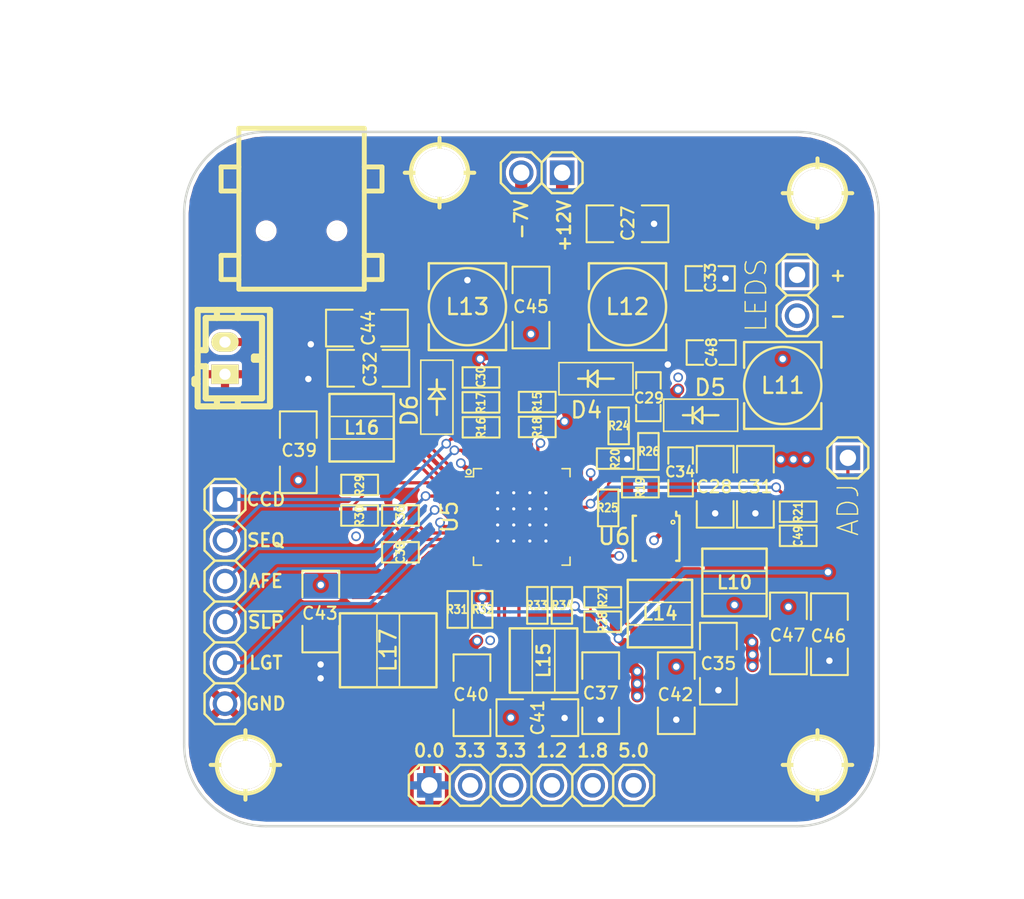
<source format=kicad_pcb>
(kicad_pcb (version 20171130) (host pcbnew "(5.1.6-0-10_14)")
  (layers (0 F.Cu signal) (1 In1.Cu signal) (2 In2.Cu signal) (31 B.Cu signal) (35 F.Paste user) (36 B.SilkS user) (37 F.SilkS user) (38 B.Mask user) (39 F.Mask user) (44 Edge.Cuts user))
  (net 0 "")
  (net 1 GND)
  (net 2 /TPS65530/VOUT_CCD+)
  (net 3 /TPS65530/VOUT_MOTOR_5V)
  (net 4 /TPS65530/VOUT_BACKL_5V)
  (net 5 /TPS65530/VOUT_CCD-)
  (net 6 GNDPWR)
  (net 7 /TPS65530/VOUT_MEM_1V8)
  (net 8 /TPS65530/VOUT_CORE_1V2)
  (net 9 /TPS65530/EN_AFE)
  (net 10 /TPS65530/VOUT_AFE_3V3)
  (net 11 /TPS65530/VOUT_IO_3V3)
  (net 12 /TPS65530/VBATT)
  (net 13 "Net-(L14-Pad1)")
  (net 14 /TPS65530/SW4S)
  (net 15 /TPS65530/SW4I)
  (net 16 "Net-(P13-Pad2)")
  (net 17 "Net-(P13-Pad3)")
  (net 18 "Net-(P13-Pad4)")
  (net 19 "Net-(R15-Pad1)")
  (net 20 /TPS65530/FB3)
  (net 21 /TPS65530/FB1)
  (net 22 /TPS65530/XSLEEP)
  (net 23 /TPS65530/EN_CCD)
  (net 24 /TPS65530/EN_SEQ)
  (net 25 /TPS65530/EN_LGT)
  (net 26 /TPS65530/FBG78)
  (net 27 /TPS65530/SS)
  (net 28 /TPS65530/REF)
  (net 29 /TPS65530/SW2S)
  (net 30 /TPS65530/SW2I)
  (net 31 /TPS65530/FB4)
  (net 32 /TPS65530/FB2)
  (net 33 /TPS65530/FB6)
  (net 34 /TPS65530/SW6)
  (net 35 /TPS65530/S56)
  (net 36 /TPS65530/SW7)
  (net 37 /TPS65530/SWOUT)
  (net 38 /TPS65530/SW5)
  (net 39 /TPS65530/FBC)
  (net 40 /TPS65530/FBV)
  (net 41 /TPS65530/LL8)
  (net 42 /TPS65530/FB8)
  (net 43 /TPS65530/SW8LD)
  (net 44 /TPS65530/SW8HD)
  (net 45 /TPS65530/SW1)
  (net 46 /TPS65530/CIN)
  (net 47 /TPS65530/B-ADJ)
  (net 48 /TPS65530/ADJ)
  (module w_details:hole_3mm (layer F.Cu) (at 148.875 74.04)
    (fp_text reference hole_3mm hide)
    (fp_text value VAL** hide)
    (pad 1 thru_hole circle (at 0 0) (size 2.99974 2.99974) (drill 2.99974) (layers *.Cu F.SilkS))
  )
  (module w_details:hole_3mm (layer F.Cu) (at 172.37 75.31)
    (fp_text reference hole_3mm hide)
    (fp_text value VAL** hide)
    (pad 1 thru_hole circle (at 0 0) (size 2.99974 2.99974) (drill 2.99974) (layers *.Cu F.SilkS))
  )
  (module w_details:hole_3mm (layer F.Cu) (at 172.37 110.87)
    (fp_text reference hole_3mm hide)
    (fp_text value VAL** hide)
    (pad 1 thru_hole circle (at 0 0) (size 2.99974 2.99974) (drill 2.99974) (layers *.Cu F.SilkS))
  )
  (module xess:HDR_1x6 (layer F.Cu) (at 135.54 100.71 270)
    (fp_text reference P14 hide)
    (fp_text value CONN_01X06 hide)
    (pad 1 thru_hole rect (at -6.35 0 270) (size 1.524 1.524) (drill 1.016) (layers *.Cu *.Mask) (net 23 /TPS65530/EN_CCD))
    (pad 2 thru_hole circle (at -3.81 0 270) (size 1.524 1.524) (drill 1.016) (layers *.Cu *.Mask) (net 24 /TPS65530/EN_SEQ))
    (pad 3 thru_hole circle (at -1.27 0 270) (size 1.524 1.524) (drill 1.016) (layers *.Cu *.Mask) (net 9 /TPS65530/EN_AFE))
    (pad 4 thru_hole circle (at 1.27 0 270) (size 1.524 1.524) (drill 1.016) (layers *.Cu *.Mask) (net 22 /TPS65530/XSLEEP))
    (pad 5 thru_hole circle (at 3.81 0 270) (size 1.524 1.524) (drill 1.016) (layers *.Cu *.Mask) (net 25 /TPS65530/EN_LGT))
    (pad 6 thru_hole circle (at 6.35 0 270) (size 1.524 1.524) (drill 1.016) (layers *.Cu *.Mask) (net 1 GND))
  )
  (module smd:SM1206 (layer F.Cu) (at 158.89358 106.40808 270)
    (fp_text reference C37 (at 0 0) (layer F.SilkS) (effects (font (size 0.762 0.762) (thickness 0.127))))
    (fp_text value 10.0u hide)
    (pad 1 smd rect (at -1.651 0 270) (size 1.524 2.032) (layers F.Cu F.Paste F.Mask) (net 8 /TPS65530/VOUT_CORE_1V2))
    (pad 2 smd rect (at 1.651 0 270) (size 1.524 2.032) (layers F.Cu F.Paste F.Mask) (net 6 GNDPWR))
  )
  (module smd:SM0603 (layer F.Cu) (at 154.95658 100.94708 270)
    (fp_text reference R33 (at 0 0.03556) (layer F.SilkS) (effects (font (size 0.508 0.4572) (thickness 0.1143))))
    (fp_text value 330k hide)
    (pad 1 smd rect (at -0.762 0 270) (size 0.635 1.143) (layers F.Cu F.Paste F.Mask) (net 21 /TPS65530/FB1))
    (pad 2 smd rect (at 0.762 0 270) (size 0.635 1.143) (layers F.Cu F.Paste F.Mask) (net 8 /TPS65530/VOUT_CORE_1V2))
  )
  (module smd:SM0603 (layer F.Cu) (at 156.48058 100.94708 90)
    (fp_text reference R34 (at 0 0.03556 180) (layer F.SilkS) (effects (font (size 0.508 0.4572) (thickness 0.1143))))
    (fp_text value 330k hide)
    (pad 1 smd rect (at -0.762 0 90) (size 0.635 1.143) (layers F.Cu F.Paste F.Mask) (net 1 GND))
    (pad 2 smd rect (at 0.762 0 90) (size 0.635 1.143) (layers F.Cu F.Paste F.Mask) (net 21 /TPS65530/FB1))
  )
  (module engstad:inductor-smd-40x40 (layer F.Cu) (at 162.57658 101.45808 180)
    (fp_text reference L14 (at 0 0 180) (layer F.SilkS) (effects (font (size 0.8 0.8))))
    (fp_text value 4.7uF/1.0A)
    (pad 1 smd rect (at 0 1.4 270) (size 1.2 3.7) (layers F.Cu F.Paste F.Mask) (net 13 "Net-(L14-Pad1)"))
    (pad 2 smd rect (at 0 -1.4 270) (size 1.2 3.7) (layers F.Cu F.Paste F.Mask) (net 7 /TPS65530/VOUT_MEM_1V8))
  )
  (module engstad:inductor-smd-40x40 (layer F.Cu) (at 155.34058 104.37608 270)
    (fp_text reference L15 (at 0 0 270) (layer F.SilkS) (effects (font (size 0.8 0.8))))
    (fp_text value 4.7uH/1.9A)
    (pad 1 smd rect (at 0 1.4) (size 1.2 3.7) (layers F.Cu F.Paste F.Mask) (net 45 /TPS65530/SW1))
    (pad 2 smd rect (at 0 -1.4) (size 1.2 3.7) (layers F.Cu F.Paste F.Mask) (net 8 /TPS65530/VOUT_CORE_1V2))
  )
  (module engstad:inductor-smd-40x40 (layer F.Cu) (at 144.03458 89.89808 180)
    (fp_text reference L16 (at 0 0 180) (layer F.SilkS) (effects (font (size 0.8 0.8))))
    (fp_text value 4.7uH/1.65A)
    (pad 1 smd rect (at 0 1.4 270) (size 1.2 3.7) (layers F.Cu F.Paste F.Mask) (net 14 /TPS65530/SW4S))
    (pad 2 smd rect (at 0 -1.4 270) (size 1.2 3.7) (layers F.Cu F.Paste F.Mask) (net 15 /TPS65530/SW4I))
  )
  (module smd:SM1206 (layer F.Cu) (at 166.20958 104.57208 90)
    (fp_text reference C35 (at 0 0 180) (layer F.SilkS) (effects (font (size 0.762 0.762) (thickness 0.127))))
    (fp_text value 10.0u hide)
    (pad 1 smd rect (at -1.651 0 90) (size 1.524 2.032) (layers F.Cu F.Paste F.Mask) (net 6 GNDPWR))
    (pad 2 smd rect (at 1.651 0 90) (size 1.524 2.032) (layers F.Cu F.Paste F.Mask) (net 7 /TPS65530/VOUT_MEM_1V8))
  )
  (module smd:SM1206 (layer F.Cu) (at 163.59258 106.40808 270)
    (fp_text reference C42 (at 0.09192 0.05588) (layer F.SilkS) (effects (font (size 0.762 0.762) (thickness 0.127))))
    (fp_text value 22u hide)
    (pad 1 smd rect (at -1.651 0 270) (size 1.524 2.032) (layers F.Cu F.Paste F.Mask) (net 12 /TPS65530/VBATT))
    (pad 2 smd rect (at 1.651 0 270) (size 1.524 2.032) (layers F.Cu F.Paste F.Mask) (net 6 GNDPWR))
  )
  (module smd:SM0603 (layer F.Cu) (at 159.02058 100.43908 180)
    (fp_text reference R27 (at 0 0.03556 270) (layer F.SilkS) (effects (font (size 0.508 0.4572) (thickness 0.1143))))
    (fp_text value 440k hide)
    (pad 1 smd rect (at -0.762 0 180) (size 0.635 1.143) (layers F.Cu F.Paste F.Mask) (net 7 /TPS65530/VOUT_MEM_1V8))
    (pad 2 smd rect (at 0.762 0 180) (size 0.635 1.143) (layers F.Cu F.Paste F.Mask) (net 20 /TPS65530/FB3))
  )
  (module smd:SM0603 (layer F.Cu) (at 159.02058 101.96308)
    (fp_text reference R28 (at 0 0.03556 90) (layer F.SilkS) (effects (font (size 0.508 0.4572) (thickness 0.1143))))
    (fp_text value 220k hide)
    (pad 1 smd rect (at -0.762 0) (size 0.635 1.143) (layers F.Cu F.Paste F.Mask) (net 20 /TPS65530/FB3))
    (pad 2 smd rect (at 0.762 0) (size 0.635 1.143) (layers F.Cu F.Paste F.Mask) (net 1 GND))
  )
  (module smd:SM1206 (layer F.Cu) (at 154.95658 107.93208)
    (fp_text reference C41 (at 0.024 0 90) (layer F.SilkS) (effects (font (size 0.762 0.762) (thickness 0.127))))
    (fp_text value 22u hide)
    (pad 1 smd rect (at -1.651 0) (size 1.524 2.032) (layers F.Cu F.Paste F.Mask) (net 12 /TPS65530/VBATT))
    (pad 2 smd rect (at 1.651 0) (size 1.524 2.032) (layers F.Cu F.Paste F.Mask) (net 6 GNDPWR))
  )
  (module smd:SM0603 (layer F.Cu) (at 146.44758 95.35908)
    (fp_text reference C36 (at 0 0.03556 90) (layer F.SilkS) (effects (font (size 0.508 0.4572) (thickness 0.1143))))
    (fp_text value 0.1u hide)
    (pad 1 smd rect (at -0.762 0) (size 0.635 1.143) (layers F.Cu F.Paste F.Mask) (net 1 GND))
    (pad 2 smd rect (at 0.762 0) (size 0.635 1.143) (layers F.Cu F.Paste F.Mask) (net 27 /TPS65530/SS))
  )
  (module smd:SM0603 (layer F.Cu) (at 146.44758 97.64508)
    (fp_text reference C38 (at 0 0.03556 90) (layer F.SilkS) (effects (font (size 0.508 0.4572) (thickness 0.1143))))
    (fp_text value 0.1u hide)
    (pad 1 smd rect (at -0.762 0) (size 0.635 1.143) (layers F.Cu F.Paste F.Mask) (net 1 GND))
    (pad 2 smd rect (at 0.762 0) (size 0.635 1.143) (layers F.Cu F.Paste F.Mask) (net 28 /TPS65530/REF))
  )
  (module smd:SM1206 (layer F.Cu) (at 150.89258 106.53508 270)
    (fp_text reference C40 (at -0.03508 0.05588) (layer F.SilkS) (effects (font (size 0.762 0.762) (thickness 0.127))))
    (fp_text value 47.0u hide)
    (pad 1 smd rect (at -1.651 0 270) (size 1.524 2.032) (layers F.Cu F.Paste F.Mask) (net 11 /TPS65530/VOUT_IO_3V3))
    (pad 2 smd rect (at 1.651 0 270) (size 1.524 2.032) (layers F.Cu F.Paste F.Mask) (net 6 GNDPWR))
  )
  (module smd:SM1206 (layer F.Cu) (at 141.49458 101.32808 270)
    (fp_text reference C43 (at 0.1143 0.05588) (layer F.SilkS) (effects (font (size 0.762 0.762) (thickness 0.127))))
    (fp_text value 22u hide)
    (pad 1 smd rect (at -1.651 0 270) (size 1.524 2.032) (layers F.Cu F.Paste F.Mask) (net 12 /TPS65530/VBATT))
    (pad 2 smd rect (at 1.651 0 270) (size 1.524 2.032) (layers F.Cu F.Paste F.Mask) (net 6 GNDPWR))
  )
  (module smd:SM0603 (layer F.Cu) (at 150.00358 101.20108 270)
    (fp_text reference R31 (at 0 0.03556) (layer F.SilkS) (effects (font (size 0.508 0.4572) (thickness 0.1143))))
    (fp_text value 820k hide)
    (pad 1 smd rect (at -0.762 0 270) (size 0.635 1.143) (layers F.Cu F.Paste F.Mask) (net 11 /TPS65530/VOUT_IO_3V3))
    (pad 2 smd rect (at 0.762 0 270) (size 0.635 1.143) (layers F.Cu F.Paste F.Mask) (net 32 /TPS65530/FB2))
  )
  (module smd:SM0603 (layer F.Cu) (at 151.52758 101.20108 90)
    (fp_text reference R32 (at 0 0.03556 180) (layer F.SilkS) (effects (font (size 0.508 0.4572) (thickness 0.1143))))
    (fp_text value 180k hide)
    (pad 1 smd rect (at -0.762 0 90) (size 0.635 1.143) (layers F.Cu F.Paste F.Mask) (net 32 /TPS65530/FB2))
    (pad 2 smd rect (at 0.762 0 90) (size 0.635 1.143) (layers F.Cu F.Paste F.Mask) (net 1 GND))
  )
  (module smd:SM1206 (layer F.Cu) (at 140.09758 91.42208 90)
    (fp_text reference C39 (at 0.1143 0.05588 180) (layer F.SilkS) (effects (font (size 0.762 0.762) (thickness 0.127))))
    (fp_text value 47.0u hide)
    (pad 1 smd rect (at -1.651 0 90) (size 1.524 2.032) (layers F.Cu F.Paste F.Mask) (net 10 /TPS65530/VOUT_AFE_3V3))
    (pad 2 smd rect (at 1.651 0 90) (size 1.524 2.032) (layers F.Cu F.Paste F.Mask) (net 6 GNDPWR))
  )
  (module smd:SM0603 (layer F.Cu) (at 143.90758 93.45408)
    (fp_text reference R29 (at 0 0.03556 90) (layer F.SilkS) (effects (font (size 0.508 0.4572) (thickness 0.1143))))
    (fp_text value 820k hide)
    (pad 1 smd rect (at -0.762 0) (size 0.635 1.143) (layers F.Cu F.Paste F.Mask) (net 10 /TPS65530/VOUT_AFE_3V3))
    (pad 2 smd rect (at 0.762 0) (size 0.635 1.143) (layers F.Cu F.Paste F.Mask) (net 31 /TPS65530/FB4))
  )
  (module smd:SM0603 (layer F.Cu) (at 143.90758 95.35908)
    (fp_text reference R30 (at 0 0.03556 90) (layer F.SilkS) (effects (font (size 0.508 0.4572) (thickness 0.1143))))
    (fp_text value 180k hide)
    (pad 1 smd rect (at -0.762 0) (size 0.635 1.143) (layers F.Cu F.Paste F.Mask) (net 31 /TPS65530/FB4))
    (pad 2 smd rect (at 0.762 0) (size 0.635 1.143) (layers F.Cu F.Paste F.Mask) (net 1 GND))
  )
  (module smd:SM1206 (layer F.Cu) (at 160.559 77.215)
    (fp_text reference C27 (at 0.0254 -0.0254 270) (layer F.SilkS) (effects (font (size 0.762 0.762) (thickness 0.127))))
    (fp_text value 10uF hide)
    (pad 1 smd rect (at -1.651 0) (size 1.524 2.032) (layers F.Cu F.Paste F.Mask) (net 2 /TPS65530/VOUT_CCD+))
    (pad 2 smd rect (at 1.651 0) (size 1.524 2.032) (layers F.Cu F.Paste F.Mask) (net 6 GNDPWR))
  )
  (module smd:SM1206 (layer F.Cu) (at 166.00958 93.57208 270)
    (fp_text reference C28 (at -0.001 0.05) (layer F.SilkS) (effects (font (size 0.762 0.762) (thickness 0.127))))
    (fp_text value 10uF hide)
    (pad 1 smd rect (at -1.651 0 270) (size 1.524 2.032) (layers F.Cu F.Paste F.Mask) (net 3 /TPS65530/VOUT_MOTOR_5V))
    (pad 2 smd rect (at 1.651 0 270) (size 1.524 2.032) (layers F.Cu F.Paste F.Mask) (net 6 GNDPWR))
  )
  (module smd:SM0805 (layer F.Cu) (at 161.85958 87.96858 90)
    (fp_text reference C29 (at -0.08128 0.03302 180) (layer F.SilkS) (effects (font (size 0.635 0.635) (thickness 0.127))))
    (fp_text value 10uF hide)
    (pad 1 smd rect (at -0.9525 0 90) (size 0.889 1.397) (layers F.Cu F.Paste F.Mask) (net 4 /TPS65530/VOUT_BACKL_5V))
    (pad 2 smd rect (at 0.9525 0 90) (size 0.889 1.397) (layers F.Cu F.Paste F.Mask) (net 6 GNDPWR))
  )
  (module smd:SM0603 (layer F.Cu) (at 151.44958 86.77108 180)
    (fp_text reference C30 (at 0 0.03556 270) (layer F.SilkS) (effects (font (size 0.508 0.4572) (thickness 0.1143))))
    (fp_text value 1.0u hide)
    (pad 1 smd rect (at -0.762 0 180) (size 0.635 1.143) (layers F.Cu F.Paste F.Mask) (net 1 GND))
    (pad 2 smd rect (at 0.762 0 180) (size 0.635 1.143) (layers F.Cu F.Paste F.Mask) (net 35 /TPS65530/S56))
  )
  (module smd:SM1206 (layer F.Cu) (at 168.50958 93.57208 270)
    (fp_text reference C31 (at -0.001 0.05) (layer F.SilkS) (effects (font (size 0.762 0.762) (thickness 0.127))))
    (fp_text value 10uF hide)
    (pad 1 smd rect (at -1.651 0 270) (size 1.524 2.032) (layers F.Cu F.Paste F.Mask) (net 3 /TPS65530/VOUT_MOTOR_5V))
    (pad 2 smd rect (at 1.651 0 270) (size 1.524 2.032) (layers F.Cu F.Paste F.Mask) (net 6 GNDPWR))
  )
  (module smd:SM1206 (layer F.Cu) (at 144.449 86.2)
    (fp_text reference C32 (at 0.1143 0.05588 90) (layer F.SilkS) (effects (font (size 0.762 0.762) (thickness 0.127))))
    (fp_text value 10uF hide)
    (pad 1 smd rect (at -1.651 0) (size 1.524 2.032) (layers F.Cu F.Paste F.Mask) (net 6 GNDPWR))
    (pad 2 smd rect (at 1.651 0) (size 1.524 2.032) (layers F.Cu F.Paste F.Mask) (net 5 /TPS65530/VOUT_CCD-))
  )
  (module smd:SM0805 (layer F.Cu) (at 165.7025 80.61108)
    (fp_text reference C33 (at 0.0127 -0.04328 90) (layer F.SilkS) (effects (font (size 0.635 0.635) (thickness 0.127))))
    (fp_text value 3.3uF hide)
    (pad 1 smd rect (at -0.9525 0) (size 0.889 1.397) (layers F.Cu F.Paste F.Mask) (net 37 /TPS65530/SWOUT))
    (pad 2 smd rect (at 0.9525 0) (size 0.889 1.397) (layers F.Cu F.Paste F.Mask) (net 6 GNDPWR))
  )
  (module smd:SM0805 (layer F.Cu) (at 163.861 92.6455 270)
    (fp_text reference C34 (at -0.0025 0.03302) (layer F.SilkS) (effects (font (size 0.635 0.635) (thickness 0.127))))
    (fp_text value 4.7u hide)
    (pad 1 smd rect (at -0.9525 0 270) (size 0.889 1.397) (layers F.Cu F.Paste F.Mask) (net 3 /TPS65530/VOUT_MOTOR_5V))
    (pad 2 smd rect (at 0.9525 0 270) (size 0.889 1.397) (layers F.Cu F.Paste F.Mask) (net 6 GNDPWR))
  )
  (module smd:SM1206 (layer F.Cu) (at 144.36058 83.7 180)
    (fp_text reference C44 (at -0.099 0 270) (layer F.SilkS) (effects (font (size 0.762 0.762) (thickness 0.127))))
    (fp_text value 22u hide)
    (pad 1 smd rect (at -1.651 0 180) (size 1.524 2.032) (layers F.Cu F.Paste F.Mask) (net 12 /TPS65530/VBATT))
    (pad 2 smd rect (at 1.651 0 180) (size 1.524 2.032) (layers F.Cu F.Paste F.Mask) (net 6 GNDPWR))
  )
  (module smd:SM1206 (layer F.Cu) (at 154.55958 82.42208 270)
    (fp_text reference C45 (at -0.051 0) (layer F.SilkS) (effects (font (size 0.762 0.762) (thickness 0.127))))
    (fp_text value 10uF hide)
    (pad 1 smd rect (at -1.651 0 270) (size 1.524 2.032) (layers F.Cu F.Paste F.Mask) (net 6 GNDPWR))
    (pad 2 smd rect (at 1.651 0 270) (size 1.524 2.032) (layers F.Cu F.Paste F.Mask) (net 12 /TPS65530/VBATT))
  )
  (module smd:SM1206 (layer F.Cu) (at 173.10906 102.738952 270)
    (fp_text reference C46 (at 0.1143 0.05588) (layer F.SilkS) (effects (font (size 0.762 0.762) (thickness 0.127))))
    (fp_text value 22uF hide)
    (pad 1 smd rect (at -1.651 0 270) (size 1.524 2.032) (layers F.Cu F.Paste F.Mask) (net 12 /TPS65530/VBATT))
    (pad 2 smd rect (at 1.651 0 270) (size 1.524 2.032) (layers F.Cu F.Paste F.Mask) (net 6 GNDPWR))
  )
  (module smd:SM1206 (layer F.Cu) (at 170.562559 102.691453 270)
    (fp_text reference C47 (at 0.1143 0.05588) (layer F.SilkS) (effects (font (size 0.762 0.762) (thickness 0.127))))
    (fp_text value 22uF hide)
    (pad 1 smd rect (at -1.651 0 270) (size 1.524 2.032) (layers F.Cu F.Paste F.Mask) (net 12 /TPS65530/VBATT))
    (pad 2 smd rect (at 1.651 0 270) (size 1.524 2.032) (layers F.Cu F.Paste F.Mask) (net 6 GNDPWR))
  )
  (module smd:SM0805 (layer F.Cu) (at 165.76208 85.22108)
    (fp_text reference C48 (at 0.0275 -0.01 90) (layer F.SilkS) (effects (font (size 0.635 0.635) (thickness 0.127))))
    (fp_text value 10uF hide)
    (pad 1 smd rect (at -0.9525 0) (size 0.889 1.397) (layers F.Cu F.Paste F.Mask) (net 6 GNDPWR))
    (pad 2 smd rect (at 0.9525 0) (size 0.889 1.397) (layers F.Cu F.Paste F.Mask) (net 12 /TPS65530/VBATT))
  )
  (module engstad:inductor-smd-4.5x4.5x3.2 (layer F.Cu) (at 170.20958 87.27108)
    (fp_text reference L11 (at 0 0) (layer F.SilkS))
    (fp_text value 12uH)
    (pad 1 smd rect (at 0 -1.65) (size 4.5 1.8) (layers F.Cu F.Paste F.Mask) (net 12 /TPS65530/VBATT))
    (pad 2 smd rect (at 0 1.65) (size 4.5 1.8) (layers F.Cu F.Paste F.Mask) (net 36 /TPS65530/SW7))
  )
  (module engstad:inductor-smd-4.5x4.5x3.2 (layer F.Cu) (at 160.55958 82.37108)
    (fp_text reference L12 (at 0 0) (layer F.SilkS))
    (fp_text value 12uH)
    (pad 1 smd rect (at 0 -1.65) (size 4.5 1.8) (layers F.Cu F.Paste F.Mask) (net 37 /TPS65530/SWOUT))
    (pad 2 smd rect (at 0 1.65) (size 4.5 1.8) (layers F.Cu F.Paste F.Mask) (net 38 /TPS65530/SW5))
  )
  (module engstad:inductor-smd-4.5x4.5x3.2 (layer F.Cu) (at 150.60958 82.37108 180)
    (fp_text reference L13 (at 0 0 180) (layer F.SilkS))
    (fp_text value 12uH)
    (pad 1 smd rect (at 0 -1.65 180) (size 4.5 1.8) (layers F.Cu F.Paste F.Mask) (net 34 /TPS65530/SW6))
    (pad 2 smd rect (at 0 1.65 180) (size 4.5 1.8) (layers F.Cu F.Paste F.Mask) (net 6 GNDPWR))
  )
  (module xess:HDR_1x2 (layer F.Cu) (at 171.1 81.66 270)
    (fp_text reference P10 hide)
    (fp_text value LEDS (at 0 2.54 270) (layer F.SilkS) (effects (font (size 1.27 1.27) (thickness 0.0889))))
    (pad 1 thru_hole rect (at -1.27 0 270) (size 1.524 1.524) (drill 1.016) (layers *.Cu *.Mask) (net 4 /TPS65530/VOUT_BACKL_5V))
    (pad 2 thru_hole circle (at 1.27 0 270) (size 1.524 1.524) (drill 1.016) (layers *.Cu *.Mask) (net 46 /TPS65530/CIN))
  )
  (module xess:HDR_1x6 (layer F.Cu) (at 154.59 112.14)
    (fp_text reference P11 hide)
    (fp_text value CONN_01X06 hide)
    (pad 1 thru_hole rect (at -6.35 0) (size 1.524 1.524) (drill 1.016) (layers *.Cu *.Mask) (net 6 GNDPWR))
    (pad 2 thru_hole circle (at -3.81 0) (size 1.524 1.524) (drill 1.016) (layers *.Cu *.Mask) (net 10 /TPS65530/VOUT_AFE_3V3))
    (pad 3 thru_hole circle (at -1.27 0) (size 1.524 1.524) (drill 1.016) (layers *.Cu *.Mask) (net 11 /TPS65530/VOUT_IO_3V3))
    (pad 4 thru_hole circle (at 1.27 0) (size 1.524 1.524) (drill 1.016) (layers *.Cu *.Mask) (net 8 /TPS65530/VOUT_CORE_1V2))
    (pad 5 thru_hole circle (at 3.81 0) (size 1.524 1.524) (drill 1.016) (layers *.Cu *.Mask) (net 7 /TPS65530/VOUT_MEM_1V8))
    (pad 6 thru_hole circle (at 6.35 0) (size 1.524 1.524) (drill 1.016) (layers *.Cu *.Mask) (net 3 /TPS65530/VOUT_MOTOR_5V))
  )
  (module xess:HDR_1x2 (layer F.Cu) (at 155.225 74.04 180)
    (fp_text reference P12 hide)
    (fp_text value CONN_01X02 hide)
    (pad 1 thru_hole rect (at -1.27 0 180) (size 1.524 1.524) (drill 1.016) (layers *.Cu *.Mask) (net 2 /TPS65530/VOUT_CCD+))
    (pad 2 thru_hole circle (at 1.27 0 180) (size 1.524 1.524) (drill 1.016) (layers *.Cu *.Mask) (net 5 /TPS65530/VOUT_CCD-))
  )
  (module smd:SM0603 (layer F.Cu) (at 154.95 88.3)
    (fp_text reference R15 (at 0 0.03556 90) (layer F.SilkS) (effects (font (size 0.508 0.4572) (thickness 0.1143))))
    (fp_text value 550k hide)
    (pad 1 smd rect (at -0.762 0) (size 0.635 1.143) (layers F.Cu F.Paste F.Mask) (net 19 "Net-(R15-Pad1)"))
    (pad 2 smd rect (at 0.762 0) (size 0.635 1.143) (layers F.Cu F.Paste F.Mask) (net 2 /TPS65530/VOUT_CCD+))
  )
  (module smd:SM0603 (layer F.Cu) (at 151.45958 89.87108)
    (fp_text reference R16 (at 0 0.03556 90) (layer F.SilkS) (effects (font (size 0.508 0.4572) (thickness 0.1143))))
    (fp_text value 85.0k hide)
    (pad 1 smd rect (at -0.762 0) (size 0.635 1.143) (layers F.Cu F.Paste F.Mask) (net 5 /TPS65530/VOUT_CCD-))
    (pad 2 smd rect (at 0.762 0) (size 0.635 1.143) (layers F.Cu F.Paste F.Mask) (net 33 /TPS65530/FB6))
  )
  (module smd:SM0603 (layer F.Cu) (at 151.44958 88.32108)
    (fp_text reference R17 (at 0 0.03556 90) (layer F.SilkS) (effects (font (size 0.508 0.4572) (thickness 0.1143))))
    (fp_text value 15.0k hide)
    (pad 1 smd rect (at -0.762 0) (size 0.635 1.143) (layers F.Cu F.Paste F.Mask) (net 35 /TPS65530/S56))
    (pad 2 smd rect (at 0.762 0) (size 0.635 1.143) (layers F.Cu F.Paste F.Mask) (net 33 /TPS65530/FB6))
  )
  (module smd:SM0603 (layer F.Cu) (at 154.95 89.85)
    (fp_text reference R18 (at 0 0.03556 90) (layer F.SilkS) (effects (font (size 0.508 0.4572) (thickness 0.1143))))
    (fp_text value 50.0k hide)
    (pad 1 smd rect (at -0.762 0) (size 0.635 1.143) (layers F.Cu F.Paste F.Mask) (net 19 "Net-(R15-Pad1)"))
    (pad 2 smd rect (at 0.762 0) (size 0.635 1.143) (layers F.Cu F.Paste F.Mask) (net 1 GND))
  )
  (module smd:SM0603 (layer F.Cu) (at 161.35958 93.598)
    (fp_text reference R19 (at 0 0.03556 90) (layer F.SilkS) (effects (font (size 0.508 0.4572) (thickness 0.1143))))
    (fp_text value 660k hide)
    (pad 1 smd rect (at -0.762 0) (size 0.635 1.143) (layers F.Cu F.Paste F.Mask) (net 42 /TPS65530/FB8))
    (pad 2 smd rect (at 0.762 0) (size 0.635 1.143) (layers F.Cu F.Paste F.Mask) (net 3 /TPS65530/VOUT_MOTOR_5V))
  )
  (module smd:SM0603 (layer F.Cu) (at 159.79958 91.82)
    (fp_text reference R20 (at 0 0.03556 90) (layer F.SilkS) (effects (font (size 0.508 0.4572) (thickness 0.1143))))
    (fp_text value 10 hide)
    (pad 1 smd rect (at -0.762 0) (size 0.635 1.143) (layers F.Cu F.Paste F.Mask) (net 39 /TPS65530/FBC))
    (pad 2 smd rect (at 0.762 0) (size 0.635 1.143) (layers F.Cu F.Paste F.Mask) (net 6 GNDPWR))
  )
  (module smd:SM0603 (layer F.Cu) (at 160.00958 89.78308 270)
    (fp_text reference R24 (at 0 -0.02) (layer F.SilkS) (effects (font (size 0.508 0.4572) (thickness 0.1143))))
    (fp_text value 453k hide)
    (pad 1 smd rect (at -0.762 0 270) (size 0.635 1.143) (layers F.Cu F.Paste F.Mask) (net 4 /TPS65530/VOUT_BACKL_5V))
    (pad 2 smd rect (at 0.762 0 270) (size 0.635 1.143) (layers F.Cu F.Paste F.Mask) (net 40 /TPS65530/FBV))
  )
  (module smd:SM0603 (layer F.Cu) (at 159.35958 94.88308 270)
    (fp_text reference R25 (at 0 0.03556) (layer F.SilkS) (effects (font (size 0.508 0.4572) (thickness 0.1143))))
    (fp_text value 220k hide)
    (pad 1 smd rect (at -0.762 0 270) (size 0.635 1.143) (layers F.Cu F.Paste F.Mask) (net 26 /TPS65530/FBG78))
    (pad 2 smd rect (at 0.762 0 270) (size 0.635 1.143) (layers F.Cu F.Paste F.Mask) (net 42 /TPS65530/FB8))
  )
  (module smd:SM0603 (layer F.Cu) (at 161.85958 91.37108 90)
    (fp_text reference R26 (at 0 0.03556 180) (layer F.SilkS) (effects (font (size 0.508 0.4572) (thickness 0.1143))))
    (fp_text value 150k hide)
    (pad 1 smd rect (at -0.762 0 90) (size 0.635 1.143) (layers F.Cu F.Paste F.Mask) (net 26 /TPS65530/FBG78))
    (pad 2 smd rect (at 0.762 0 90) (size 0.635 1.143) (layers F.Cu F.Paste F.Mask) (net 40 /TPS65530/FBV))
  )
  (module engstad:sot-28fl (layer F.Cu) (at 162.337 96.773 180)
    (fp_text reference U6 (at 2.6 0.1) (layer F.SilkS))
    (fp_text value VEC2616)
    (pad 1 smd rect (at -0.975 1.4 180) (size 0.4 0.6) (layers F.Cu F.Paste F.Mask) (net 6 GNDPWR))
    (pad 2 smd rect (at -0.325 1.4 180) (size 0.4 0.6) (layers F.Cu F.Paste F.Mask) (net 43 /TPS65530/SW8LD))
    (pad 3 smd rect (at 0.325 1.4 180) (size 0.4 0.6) (layers F.Cu F.Paste F.Mask) (net 3 /TPS65530/VOUT_MOTOR_5V))
    (pad 4 smd rect (at 0.975 1.4 180) (size 0.4 0.6) (layers F.Cu F.Paste F.Mask) (net 44 /TPS65530/SW8HD))
    (pad 5 smd rect (at 0.975 -1.4 180) (size 0.4 0.6) (layers F.Cu F.Paste F.Mask) (net 41 /TPS65530/LL8))
    (pad 6 smd rect (at 0.325 -1.4 180) (size 0.4 0.6) (layers F.Cu F.Paste F.Mask) (net 41 /TPS65530/LL8))
    (pad 7 smd rect (at -0.325 -1.4 180) (size 0.4 0.6) (layers F.Cu F.Paste F.Mask) (net 41 /TPS65530/LL8))
    (pad 8 smd rect (at -0.975 -1.4 180) (size 0.4 0.6) (layers F.Cu F.Paste F.Mask) (net 41 /TPS65530/LL8))
  )
  (module engstad:inductor-smd-40x40 (layer F.Cu) (at 167.20958 99.52108)
    (fp_text reference L10 (at 0 0) (layer F.SilkS) (effects (font (size 0.8 0.8))))
    (fp_text value 4.7uH/1.9A)
    (pad 1 smd rect (at 0 1.4 90) (size 1.2 3.7) (layers F.Cu F.Paste F.Mask) (net 12 /TPS65530/VBATT))
    (pad 2 smd rect (at 0 -1.4 90) (size 1.2 3.7) (layers F.Cu F.Paste F.Mask) (net 41 /TPS65530/LL8))
  )
  (module smd:SM0603 (layer F.Cu) (at 171.17158 96.62108)
    (fp_text reference C49 (at 0 0.03556 90) (layer F.SilkS) (effects (font (size 0.508 0.4572) (thickness 0.1143))))
    (fp_text value C_Small hide)
    (pad 1 smd rect (at -0.762 0) (size 0.635 1.143) (layers F.Cu F.Paste F.Mask) (net 47 /TPS65530/B-ADJ))
    (pad 2 smd rect (at 0.762 0) (size 0.635 1.143) (layers F.Cu F.Paste F.Mask) (net 1 GND))
  )
  (module xess:HDR_1x1 (layer F.Cu) (at 174.25958 91.77108)
    (fp_text reference P9 hide)
    (fp_text value ADJ (at 0.01542 3.22392 90) (layer F.SilkS) (effects (font (size 1.27 1.27) (thickness 0.0889))))
    (pad 1 thru_hole rect (at 0 0) (size 1.524 1.524) (drill 1.016) (layers *.Cu *.Mask) (net 48 /TPS65530/ADJ))
  )
  (module smd:SM0603 (layer F.Cu) (at 171.17158 95.12108)
    (fp_text reference R21 (at 0 0.03556 90) (layer F.SilkS) (effects (font (size 0.508 0.4572) (thickness 0.1143))))
    (fp_text value 10k hide)
    (pad 1 smd rect (at -0.762 0) (size 0.635 1.143) (layers F.Cu F.Paste F.Mask) (net 47 /TPS65530/B-ADJ))
    (pad 2 smd rect (at 0.762 0) (size 0.635 1.143) (layers F.Cu F.Paste F.Mask) (net 48 /TPS65530/ADJ))
  )
  (module w_details:hole_3mm (layer F.Cu) (at 136.81 110.87)
    (fp_text reference hole_3mm hide)
    (fp_text value VAL** hide)
    (pad 1 thru_hole circle (at 0 0) (size 2.99974 2.99974) (drill 2.99974) (layers *.Cu F.SilkS))
  )
  (module engstad:conn-smd-usb-b-mini (layer F.Cu) (at 140.29964 76.2784 180)
    (fp_text reference P13 hide)
    (fp_text value USB_OTG hide)
    (pad 6 smd rect (at 4.42976 -3.6195 180) (size 2.1971 2.1971) (layers F.Cu F.Paste F.Mask) (net 1 GND))
    (pad 1 smd rect (at -1.59766 -3.8989 180) (size 0.49784 2.1971) (layers F.Cu F.Paste F.Mask) (net 12 /TPS65530/VBATT))
    (pad 2 smd rect (at -0.79756 -3.8989 180) (size 0.49784 2.1971) (layers F.Cu F.Paste F.Mask) (net 16 "Net-(P13-Pad2)"))
    (pad 3 smd rect (at 0 -3.8989 180) (size 0.49784 2.1971) (layers F.Cu F.Paste F.Mask) (net 17 "Net-(P13-Pad3)"))
    (pad 4 smd rect (at 0.79756 -3.8989 180) (size 0.49784 2.1971) (layers F.Cu F.Paste F.Mask) (net 18 "Net-(P13-Pad4)"))
    (pad 5 smd rect (at 1.59766 -3.8989 180) (size 0.49784 2.1971) (layers F.Cu F.Paste F.Mask) (net 1 GND))
    (pad "" np_thru_hole circle (at -2.1971 -1.3716 180) (size 0.89916 0.89916) (drill 0.89916) (layers *.Cu *.Mask F.SilkS))
    (pad "" np_thru_hole circle (at 2.19964 -1.3716 180) (size 0.89916 0.89916) (drill 0.89916) (layers *.Cu *.Mask F.SilkS))
    (pad 6 smd rect (at -4.42976 -3.6195 180) (size 2.1971 2.1971) (layers F.Cu F.Paste F.Mask) (net 1 GND))
    (pad 6 smd rect (at -4.42976 1.8796 180) (size 2.1971 2.1971) (layers F.Cu F.Paste F.Mask) (net 1 GND))
    (pad 6 smd rect (at 4.42976 1.8796 180) (size 2.1971 2.1971) (layers F.Cu F.Paste F.Mask) (net 1 GND))
  )
  (module w_conn_jst-ph:b2b-ph-kl (layer F.Cu) (at 135.54 85.57108 90)
    (fp_text reference P15 hide)
    (fp_text value JTI-PWR hide)
    (pad 1 thru_hole rect (at -1.00076 0 90) (size 1.19888 1.69926) (drill 0.70104) (layers *.Cu *.Mask F.SilkS) (net 1 GND))
    (pad 2 thru_hole oval (at 1.00076 0 90) (size 1.19888 1.69926) (drill 0.70104) (layers *.Cu *.Mask F.SilkS) (net 12 /TPS65530/VBATT))
  )
  (module engstad:qfn-48-p (layer F.Cu) (at 153.98858 95.44508 270)
    (fp_text reference U5 (at 0 4.5 270) (layer F.SilkS))
    (fp_text value TPS65530)
    (pad 1 smd oval (at -2.2 3.025 270) (size 0.2 0.95) (layers F.Cu F.Paste F.Mask) (net 14 /TPS65530/SW4S))
    (pad 2 smd oval (at -1.8 3.025 270) (size 0.2 0.95) (layers F.Cu F.Paste F.Mask) (net 6 GNDPWR))
    (pad 3 smd oval (at -1.4 3.025 270) (size 0.2 0.95) (layers F.Cu F.Paste F.Mask) (net 15 /TPS65530/SW4I))
    (pad 4 smd oval (at -1 3.025 270) (size 0.2 0.95) (layers F.Cu F.Paste F.Mask) (net 10 /TPS65530/VOUT_AFE_3V3))
    (pad 5 smd oval (at -0.6 3.025 270) (size 0.2 0.95) (layers F.Cu F.Paste F.Mask) (net 31 /TPS65530/FB4))
    (pad 6 smd oval (at -0.2 3.025 270) (size 0.2 0.95) (layers F.Cu F.Paste F.Mask) (net 9 /TPS65530/EN_AFE))
    (pad 7 smd oval (at 0.2 3.025 270) (size 0.2 0.95) (layers F.Cu F.Paste F.Mask) (net 22 /TPS65530/XSLEEP))
    (pad 8 smd oval (at 0.6 3.025 270) (size 0.2 0.95) (layers F.Cu F.Paste F.Mask) (net 25 /TPS65530/EN_LGT))
    (pad 9 smd oval (at 1 3.025 270) (size 0.2 0.95) (layers F.Cu F.Paste F.Mask) (net 27 /TPS65530/SS))
    (pad 10 smd oval (at 1.4 3.025 270) (size 0.2 0.95) (layers F.Cu F.Paste F.Mask) (net 1 GND))
    (pad 11 smd oval (at 1.8 3.025 270) (size 0.2 0.95) (layers F.Cu F.Paste F.Mask) (net 28 /TPS65530/REF))
    (pad 12 smd oval (at 2.2 3.025 270) (size 0.2 0.95) (layers F.Cu F.Paste F.Mask) (net 12 /TPS65530/VBATT))
    (pad 13 smd oval (at 3.025 2.2) (size 0.2 0.95) (layers F.Cu F.Paste F.Mask) (net 29 /TPS65530/SW2S))
    (pad 14 smd oval (at 3.025 1.8) (size 0.2 0.95) (layers F.Cu F.Paste F.Mask) (net 6 GNDPWR))
    (pad 15 smd oval (at 3.025 1.4) (size 0.2 0.95) (layers F.Cu F.Paste F.Mask) (net 30 /TPS65530/SW2I))
    (pad 16 smd oval (at 3.025 1) (size 0.2 0.95) (layers F.Cu F.Paste F.Mask) (net 11 /TPS65530/VOUT_IO_3V3))
    (pad 17 smd oval (at 3.025 0.6) (size 0.2 0.95) (layers F.Cu F.Paste F.Mask) (net 32 /TPS65530/FB2))
    (pad 18 smd oval (at 3.025 0.2) (size 0.2 0.95) (layers F.Cu F.Paste F.Mask) (net 12 /TPS65530/VBATT))
    (pad 19 smd oval (at 3.025 -0.2) (size 0.2 0.95) (layers F.Cu F.Paste F.Mask) (net 45 /TPS65530/SW1))
    (pad 20 smd oval (at 3.025 -0.6) (size 0.2 0.95) (layers F.Cu F.Paste F.Mask) (net 6 GNDPWR))
    (pad 21 smd oval (at 3.025 -1) (size 0.2 0.95) (layers F.Cu F.Paste F.Mask) (net 21 /TPS65530/FB1))
    (pad 22 smd oval (at 3.025 -1.4) (size 0.2 0.95) (layers F.Cu F.Paste F.Mask) (net 20 /TPS65530/FB3))
    (pad 23 smd oval (at 3.025 -1.8) (size 0.2 0.95) (layers F.Cu F.Paste F.Mask) (net 12 /TPS65530/VBATT))
    (pad 24 smd oval (at 3.025 -2.2) (size 0.2 0.95) (layers F.Cu F.Paste F.Mask) (net 13 "Net-(L14-Pad1)"))
    (pad 36 smd oval (at -2.2 -3.025 270) (size 0.2 0.95) (layers F.Cu F.Paste F.Mask) (net 36 /TPS65530/SW7))
    (pad 35 smd oval (at -1.8 -3.025 270) (size 0.2 0.95) (layers F.Cu F.Paste F.Mask) (net 40 /TPS65530/FBV))
    (pad 34 smd oval (at -1.4 -3.025 270) (size 0.2 0.95) (layers F.Cu F.Paste F.Mask) (net 46 /TPS65530/CIN))
    (pad 33 smd oval (at -1 -3.025 270) (size 0.2 0.95) (layers F.Cu F.Paste F.Mask) (net 39 /TPS65530/FBC))
    (pad 32 smd oval (at -0.6 -3.025 270) (size 0.2 0.95) (layers F.Cu F.Paste F.Mask) (net 47 /TPS65530/B-ADJ))
    (pad 31 smd oval (at -0.2 -3.025 270) (size 0.2 0.95) (layers F.Cu F.Paste F.Mask) (net 26 /TPS65530/FBG78))
    (pad 30 smd oval (at 0.2 -3.025 270) (size 0.2 0.95) (layers F.Cu F.Paste F.Mask) (net 42 /TPS65530/FB8))
    (pad 29 smd oval (at 0.6 -3.025 270) (size 0.2 0.95) (layers F.Cu F.Paste F.Mask) (net 3 /TPS65530/VOUT_MOTOR_5V))
    (pad 28 smd oval (at 1 -3.025 270) (size 0.2 0.95) (layers F.Cu F.Paste F.Mask) (net 44 /TPS65530/SW8HD))
    (pad 27 smd oval (at 1.4 -3.025 270) (size 0.2 0.95) (layers F.Cu F.Paste F.Mask) (net 41 /TPS65530/LL8))
    (pad 26 smd oval (at 1.8 -3.025 270) (size 0.2 0.95) (layers F.Cu F.Paste F.Mask) (net 43 /TPS65530/SW8LD))
    (pad 25 smd oval (at 2.2 -3.025 270) (size 0.2 0.95) (layers F.Cu F.Paste F.Mask) (net 6 GNDPWR))
    (pad 48 smd oval (at -3.025 2.2) (size 0.2 0.95) (layers F.Cu F.Paste F.Mask) (net 12 /TPS65530/VBATT))
    (pad 47 smd oval (at -3.025 1.8) (size 0.2 0.95) (layers F.Cu F.Paste F.Mask) (net 24 /TPS65530/EN_SEQ))
    (pad 46 smd oval (at -3.025 1.4) (size 0.2 0.95) (layers F.Cu F.Paste F.Mask) (net 23 /TPS65530/EN_CCD))
    (pad 45 smd oval (at -3.025 1) (size 0.2 0.95) (layers F.Cu F.Paste F.Mask) (net 35 /TPS65530/S56))
    (pad 44 smd oval (at -3.025 0.6) (size 0.2 0.95) (layers F.Cu F.Paste F.Mask) (net 33 /TPS65530/FB6))
    (pad 43 smd oval (at -3.025 0.2) (size 0.2 0.95) (layers F.Cu F.Paste F.Mask) (net 34 /TPS65530/SW6))
    (pad 42 smd oval (at -3.025 -0.2) (size 0.2 0.95) (layers F.Cu F.Paste F.Mask) (net 12 /TPS65530/VBATT))
    (pad 41 smd oval (at -3.025 -0.6) (size 0.2 0.95) (layers F.Cu F.Paste F.Mask) (net 19 "Net-(R15-Pad1)"))
    (pad 40 smd oval (at -3.025 -1) (size 0.2 0.95) (layers F.Cu F.Paste F.Mask) (net 12 /TPS65530/VBATT))
    (pad 39 smd oval (at -3.025 -1.4) (size 0.2 0.95) (layers F.Cu F.Paste F.Mask) (net 37 /TPS65530/SWOUT))
    (pad 38 smd oval (at -3.025 -1.8) (size 0.2 0.95) (layers F.Cu F.Paste F.Mask) (net 38 /TPS65530/SW5))
    (pad 37 smd oval (at -3.025 -2.2) (size 0.2 0.95) (layers F.Cu F.Paste F.Mask) (net 6 GNDPWR))
    (pad 49 smd rect (at 0 0 270) (size 4.4 4.4) (layers F.Cu F.Paste F.Mask) (net 6 GNDPWR))
    (pad 49 thru_hole circle (at -1.5 -1.5 270) (size 0.2 0.2) (drill 0.2) (layers *.Cu) (net 6 GNDPWR))
    (pad 49 thru_hole circle (at -0.5 -1.5 270) (size 0.2 0.2) (drill 0.2) (layers *.Cu) (net 6 GNDPWR))
    (pad 49 thru_hole circle (at 0.5 -1.5 270) (size 0.2 0.2) (drill 0.2) (layers *.Cu) (net 6 GNDPWR))
    (pad 49 thru_hole circle (at 1.5 -1.5 270) (size 0.2 0.2) (drill 0.2) (layers *.Cu) (net 6 GNDPWR))
    (pad 49 thru_hole circle (at 1.5 -0.5 270) (size 0.2 0.2) (drill 0.2) (layers *.Cu) (net 6 GNDPWR))
    (pad 49 thru_hole circle (at 1.5 0.5 270) (size 0.2 0.2) (drill 0.2) (layers *.Cu) (net 6 GNDPWR))
    (pad 49 thru_hole circle (at 1.5 1.5 270) (size 0.2 0.2) (drill 0.2) (layers *.Cu) (net 6 GNDPWR))
    (pad 49 thru_hole circle (at 0.5 1.5 270) (size 0.2 0.2) (drill 0.2) (layers *.Cu) (net 6 GNDPWR))
    (pad 49 thru_hole circle (at -0.5 1.5 270) (size 0.2 0.2) (drill 0.2) (layers *.Cu) (net 6 GNDPWR))
    (pad 49 thru_hole circle (at -1.5 1.5 270) (size 0.2 0.2) (drill 0.2) (layers *.Cu) (net 6 GNDPWR))
    (pad 49 thru_hole circle (at -1.5 0.5 270) (size 0.2 0.2) (drill 0.2) (layers *.Cu) (net 6 GNDPWR))
    (pad 49 thru_hole circle (at -1.5 -0.5 270) (size 0.2 0.2) (drill 0.2) (layers *.Cu) (net 6 GNDPWR))
    (pad 49 thru_hole circle (at -0.5 -0.5 270) (size 0.2 0.2) (drill 0.2) (layers *.Cu) (net 6 GNDPWR))
    (pad 49 thru_hole circle (at 0.5 -0.5 270) (size 0.2 0.2) (drill 0.2) (layers *.Cu) (net 6 GNDPWR))
    (pad 49 thru_hole circle (at 0.5 0.5 270) (size 0.2 0.2) (drill 0.2) (layers *.Cu) (net 6 GNDPWR))
    (pad 49 thru_hole circle (at -0.5 0.5 270) (size 0.2 0.2) (drill 0.2) (layers *.Cu) (net 6 GNDPWR))
  )
  (module engstad:diode-sod-123 (layer F.Cu) (at 148.70958 88 270)
    (fp_text reference D6 (at 0.82892 1.70958 270) (layer F.SilkS))
    (fp_text value 30V/0.5A)
    (pad 1 smd rect (at -1.6375 0 270) (size 0.91 1.22) (layers F.Cu F.Paste F.Mask) (net 34 /TPS65530/SW6))
    (pad 2 smd rect (at 1.6375 0 270) (size 0.91 1.22) (layers F.Cu F.Paste F.Mask) (net 5 /TPS65530/VOUT_CCD-))
  )
  (module engstad:diode-sod-123 (layer F.Cu) (at 165.10958 89.12108)
    (fp_text reference D5 (at 0.59042 -1.72108) (layer F.SilkS))
    (fp_text value 30V/0.5A)
    (pad 1 smd rect (at -1.6375 0) (size 0.91 1.22) (layers F.Cu F.Paste F.Mask) (net 4 /TPS65530/VOUT_BACKL_5V))
    (pad 2 smd rect (at 1.6375 0) (size 0.91 1.22) (layers F.Cu F.Paste F.Mask) (net 36 /TPS65530/SW7))
  )
  (module engstad:diode-sod-123 (layer F.Cu) (at 158.6 86.85)
    (fp_text reference D4 (at -0.6 1.95) (layer F.SilkS))
    (fp_text value 30V/0.5A)
    (pad 1 smd rect (at -1.6375 0) (size 0.91 1.22) (layers F.Cu F.Paste F.Mask) (net 2 /TPS65530/VOUT_CCD+))
    (pad 2 smd rect (at 1.6375 0) (size 0.91 1.22) (layers F.Cu F.Paste F.Mask) (net 38 /TPS65530/SW5))
  )
  (module engstad:inductor-smd-2020-50x50 (layer F.Cu) (at 145.68558 103.74108)
    (fp_text reference L17 (at 0 0 90) (layer F.SilkS))
    (fp_text value 3.3uH/3.3A)
    (pad 1 smd rect (at -1.825 0) (size 1.85 4.1) (layers F.Cu F.Paste F.Mask) (net 29 /TPS65530/SW2S))
    (pad 2 smd rect (at 1.825 0) (size 1.85 4.1) (layers F.Cu F.Paste F.Mask) (net 30 /TPS65530/SW2I))
  )
  (gr_line (start 133 76.58) (end 133 109.6) (layer Edge.Cuts) (width 0.15))
  (gr_line (start 171.1 114.68) (end 138.08 114.68) (layer Edge.Cuts) (width 0.15))
  (gr_line (start 176.18 76.58) (end 176.18 109.6) (layer Edge.Cuts) (width 0.15))
  (gr_line (start 138.08 71.5) (end 171.1 71.5) (layer Edge.Cuts) (width 0.15))
  (gr_arc (start 138.08 109.6) (end 138.08 114.68) (angle 90) (layer Edge.Cuts) (width 0.15))
  (gr_arc (start 171.1 109.6) (end 176.18 109.6) (angle 90) (layer Edge.Cuts) (width 0.15))
  (gr_arc (start 171.1 76.58) (end 171.1 71.5) (angle 90) (layer Edge.Cuts) (width 0.15))
  (gr_arc (start 138.08 76.58) (end 133 76.58) (angle 90) (layer Edge.Cuts) (width 0.15))
  (gr_text +12V (at 156.622 77.342 90) (layer F.SilkS) (effects (font (size 0.8 0.8))))
  (gr_text -7V (at 153.955 76.961 90) (layer F.SilkS) (effects (font (size 0.8 0.8))))
  (gr_text - (at 173.64 82.93) (layer F.SilkS) (effects (font (size 0.8 0.8))))
  (gr_text "+\n" (at 173.64 80.39) (layer F.SilkS) (effects (font (size 0.8 0.8))))
  (gr_text GND (at 138.08 107.06) (layer F.SilkS) (effects (font (size 0.8 0.8))))
  (gr_text LGT (at 138.08 104.52) (layer F.SilkS) (effects (font (size 0.8 0.8))))
  (gr_text "~SLP~\n" (at 138.08 101.98) (layer F.SilkS) (effects (font (size 0.8 0.8))))
  (gr_text AFE (at 138.08 99.44) (layer F.SilkS) (effects (font (size 0.8 0.8))))
  (gr_text SEQ (at 138.08 96.9) (layer F.SilkS) (effects (font (size 0.8 0.8))))
  (gr_text CCD (at 138.08 94.36) (layer F.SilkS) (effects (font (size 0.8 0.8))))
  (gr_text 5.0 (at 160.94 109.981) (layer F.SilkS) (effects (font (size 0.8 0.8))))
  (gr_text 1.8 (at 158.4 109.981) (layer F.SilkS) (effects (font (size 0.8 0.8))))
  (gr_text "1.2\n" (at 155.86 109.981) (layer F.SilkS) (effects (font (size 0.8 0.8))))
  (gr_text 3.3 (at 153.32 109.981) (layer F.SilkS) (effects (font (size 0.8 0.8))))
  (gr_text "0.0\n" (at 148.24 109.981) (layer F.SilkS) (effects (font (size 0.8 0.8))))
  (gr_text 3.3 (at 150.78 109.981) (layer F.SilkS) (effects (font (size 0.8 0.8))))
  (via (at 143.68832 96.65108) (size 0.6) (drill 0.4) (layers F.Cu B.Cu) (net 0))
  (segment (start 158.343571 101.343571) (end 157.643571 101.343571) (width 0.2) (layer B.Cu) (net 1))
  (segment (start 160 103) (end 158.343571 101.343571) (width 0.2) (layer B.Cu) (net 1))
  (segment (start 157.643571 101.343571) (end 157.3 101) (width 0.2) (layer B.Cu) (net 1))
  (segment (start 153.25 101.35) (end 156.95 101.35) (width 0.2) (layer B.Cu) (net 1))
  (via (at 157.3 101) (size 0.6) (drill 0.4) (layers F.Cu B.Cu) (net 1))
  (segment (start 156.59092 101.70908) (end 157.3 101) (width 0.2) (layer F.Cu) (net 1))
  (segment (start 157.3 101) (end 156.956429 101.343571) (width 0.2) (layer B.Cu) (net 1))
  (via (at 151.54197 100.456) (size 0.6) (drill 0.4) (layers F.Cu B.Cu) (net 1))
  (segment (start 151.85 101.35) (end 151.55 101.05) (width 0.2) (layer B.Cu) (net 1))
  (segment (start 151.55 100.46403) (end 151.54197 100.456) (width 0.2) (layer B.Cu) (net 1))
  (segment (start 151.55 101.05) (end 151.55 100.46403) (width 0.2) (layer B.Cu) (net 1))
  (segment (start 153.25 101.35) (end 151.85 101.35) (width 0.2) (layer B.Cu) (net 1))
  (segment (start 156.95 101.35) (end 156.956429 101.343571) (width 0.2) (layer B.Cu) (net 1))
  (segment (start 144.66958 95.35908) (end 144.66958 95.66982) (width 0.2) (layer F.Cu) (net 1))
  (segment (start 145.68558 95.35908) (end 144.66958 95.35908) (width 0.2) (layer F.Cu) (net 1))
  (segment (start 146.57458 96.50208) (end 145.68558 97.39108) (width 0.2) (layer F.Cu) (net 1))
  (segment (start 145.68558 97.39108) (end 145.68558 97.64508) (width 0.2) (layer F.Cu) (net 1))
  (segment (start 146.57458 96.50208) (end 145.68558 95.61308) (width 0.2) (layer F.Cu) (net 1))
  (segment (start 145.68558 95.61308) (end 145.68558 95.35908) (width 0.2) (layer F.Cu) (net 1))
  (segment (start 151.4 85.7055) (end 151.4 85.61) (width 0.1524) (layer F.Cu) (net 1))
  (segment (start 152.21158 86.51708) (end 151.4 85.7055) (width 0.1524) (layer F.Cu) (net 1))
  (segment (start 152.21158 86.77108) (end 152.21158 86.51708) (width 0.1524) (layer F.Cu) (net 1))
  (via (at 151.4 85.61) (size 0.6) (drill 0.4) (layers F.Cu B.Cu) (net 1))
  (segment (start 150.98858 96.84508) (end 147.795742 96.84508) (width 0.2) (layer F.Cu) (net 1))
  (segment (start 147.795742 96.84508) (end 147.452742 96.50208) (width 0.2) (layer F.Cu) (net 1))
  (segment (start 147.452742 96.50208) (end 146.57458 96.50208) (width 0.2) (layer F.Cu) (net 1))
  (segment (start 156.223138 89.5086) (end 156.647402 89.5086) (width 0.2) (layer F.Cu) (net 1))
  (segment (start 155.9154 89.5086) (end 156.223138 89.5086) (width 0.2) (layer F.Cu) (net 1))
  (segment (start 155.674 89.75) (end 155.9154 89.5086) (width 0.2) (layer F.Cu) (net 1))
  (via (at 156.647402 89.5086) (size 0.6) (drill 0.4) (layers F.Cu B.Cu) (net 1))
  (segment (start 172.722421 98.578834) (end 173.02242 98.878833) (width 0.3) (layer F.Cu) (net 1))
  (segment (start 171.93358 96.62108) (end 171.93358 97.789993) (width 0.3) (layer F.Cu) (net 1))
  (segment (start 171.93358 97.789993) (end 172.722421 98.578834) (width 0.3) (layer F.Cu) (net 1))
  (segment (start 172.598156 98.878833) (end 173.02242 98.878833) (width 0.3) (layer B.Cu) (net 1))
  (segment (start 164.121167 98.878833) (end 172.598156 98.878833) (width 0.3) (layer B.Cu) (net 1))
  (via (at 173.02242 98.878833) (size 0.6) (drill 0.4) (layers F.Cu B.Cu) (net 1))
  (segment (start 160 103) (end 164.121167 98.878833) (width 0.3) (layer B.Cu) (net 1))
  (segment (start 156.48058 101.70908) (end 156.59092 101.70908) (width 0.1524) (layer F.Cu) (net 1))
  (via (at 160 103) (size 0.6) (drill 0.4) (layers F.Cu B.Cu) (net 1))
  (segment (start 159.78258 101.96308) (end 159.78258 102.78258) (width 0.1524) (layer F.Cu) (net 1))
  (segment (start 159.78258 102.78258) (end 160 103) (width 0.1524) (layer F.Cu) (net 1))
  (segment (start 158.908 77.215) (end 158.908 77.596) (width 0.5) (layer F.Cu) (net 2))
  (segment (start 156.622 79.882) (end 156.622 85.516) (width 0.5) (layer F.Cu) (net 2))
  (segment (start 158.908 77.596) (end 156.622 79.882) (width 0.5) (layer F.Cu) (net 2))
  (segment (start 156.622 85.516) (end 156.965 85.859) (width 0.5) (layer F.Cu) (net 2))
  (segment (start 156.965 85.859) (end 156.965 86.85) (width 0.5) (layer F.Cu) (net 2))
  (segment (start 158.908 77.215) (end 157.384 77.215) (width 0.762) (layer F.Cu) (net 2))
  (segment (start 157.384 77.215) (end 156.495 76.326) (width 0.762) (layer F.Cu) (net 2))
  (segment (start 156.495 76.326) (end 156.495 74.04) (width 0.762) (layer F.Cu) (net 2))
  (segment (start 155.674 88.141) (end 156.364 88.141) (width 0.5) (layer F.Cu) (net 2))
  (segment (start 156.364 88.141) (end 156.965 87.54) (width 0.5) (layer F.Cu) (net 2))
  (segment (start 156.965 87.54) (end 156.965 86.85) (width 0.5) (layer F.Cu) (net 2))
  (segment (start 155.674 88.3) (end 155.674 88.141) (width 0.3048) (layer F.Cu) (net 2))
  (segment (start 156.98858 96.04508) (end 158.330578 96.04508) (width 0.2) (layer F.Cu) (net 3))
  (segment (start 160.18 96.52) (end 160.813 95.887) (width 0.2) (layer F.Cu) (net 3))
  (segment (start 158.330578 96.04508) (end 158.805498 96.52) (width 0.2) (layer F.Cu) (net 3))
  (segment (start 158.805498 96.52) (end 160.18 96.52) (width 0.2) (layer F.Cu) (net 3))
  (segment (start 162.13458 95.02108) (end 162.13458 95.52108) (width 0.2) (layer F.Cu) (net 3))
  (segment (start 160.813 95.887) (end 160.813 95.152658) (width 0.2) (layer F.Cu) (net 3))
  (segment (start 160.813 95.152658) (end 161.224658 94.741) (width 0.2) (layer F.Cu) (net 3))
  (segment (start 161.224658 94.741) (end 161.8545 94.741) (width 0.2) (layer F.Cu) (net 3))
  (segment (start 161.8545 94.741) (end 162.13458 95.02108) (width 0.2) (layer F.Cu) (net 3))
  (segment (start 162.12158 94.07108) (end 162.12158 93.55942) (width 0.3048) (layer F.Cu) (net 3))
  (segment (start 162.12158 93.55942) (end 163.15992 92.52108) (width 0.3048) (layer F.Cu) (net 3))
  (segment (start 164.50958 91.92108) (end 166.00958 91.92108) (width 0.3048) (layer F.Cu) (net 3))
  (segment (start 163.15992 92.52108) (end 163.90958 92.52108) (width 0.3048) (layer F.Cu) (net 3))
  (segment (start 163.90958 92.52108) (end 164.50958 91.92108) (width 0.3048) (layer F.Cu) (net 3))
  (segment (start 170.084 91.8708) (end 168.55986 91.8708) (width 0.762) (layer F.Cu) (net 3))
  (segment (start 168.55986 91.8708) (end 168.50958 91.92108) (width 0.762) (layer F.Cu) (net 3))
  (via (at 170.084 91.8708) (size 0.6) (drill 0.4) (layers F.Cu B.Cu) (net 3))
  (via (at 170.8714 91.8708) (size 0.6) (drill 0.4) (layers F.Cu B.Cu) (net 3))
  (via (at 171.6842 91.870798) (size 0.6) (drill 0.4) (layers F.Cu B.Cu) (net 3))
  (segment (start 162.13458 95.52108) (end 162.13458 94.08408) (width 0.3048) (layer F.Cu) (net 3))
  (segment (start 162.13458 94.08408) (end 162.12158 94.07108) (width 0.3048) (layer F.Cu) (net 3))
  (segment (start 168.50958 91.92108) (end 166.00958 91.92108) (width 0.3048) (layer F.Cu) (net 3))
  (segment (start 162.12158 94.07108) (end 162.12158 94.32508) (width 0.2) (layer F.Cu) (net 3))
  (via (at 163.7086 87.5274) (size 0.6) (drill 0.4) (layers F.Cu B.Cu) (net 4))
  (segment (start 163.47458 87.76142) (end 163.7086 87.5274) (width 0.762) (layer F.Cu) (net 4))
  (segment (start 163.47458 89.12108) (end 163.47458 87.76142) (width 0.762) (layer F.Cu) (net 4))
  (via (at 163.7086 86.7654) (size 0.6) (drill 0.4) (layers F.Cu B.Cu) (net 4))
  (segment (start 161.85958 88.92108) (end 163.27458 88.92108) (width 0.2) (layer F.Cu) (net 4))
  (segment (start 163.27458 88.92108) (end 163.47458 89.12108) (width 0.2) (layer F.Cu) (net 4))
  (segment (start 160.00958 89.02108) (end 161.75958 89.02108) (width 0.2) (layer F.Cu) (net 4))
  (segment (start 161.75958 89.02108) (end 161.85958 88.92108) (width 0.2) (layer F.Cu) (net 4))
  (segment (start 150.69758 89.87108) (end 150.5265 89.7) (width 0.508) (layer F.Cu) (net 5))
  (segment (start 150.5265 89.7) (end 148.77208 89.7) (width 0.508) (layer F.Cu) (net 5))
  (segment (start 148.77208 89.7) (end 148.70958 89.6375) (width 0.508) (layer F.Cu) (net 5))
  (segment (start 148.70958 89.6375) (end 148.70958 88.80958) (width 0.508) (layer F.Cu) (net 5))
  (segment (start 148.70958 88.80958) (end 146.1 86.2) (width 0.508) (layer F.Cu) (net 5))
  (segment (start 147.5 85.943) (end 147.5 81.48906) (width 0.508) (layer F.Cu) (net 5))
  (segment (start 147.5 81.48906) (end 147.1478 81.13686) (width 0.508) (layer F.Cu) (net 5))
  (segment (start 146.1 86.2) (end 147.243 86.2) (width 0.508) (layer F.Cu) (net 5))
  (segment (start 147.243 86.2) (end 147.5 85.943) (width 0.508) (layer F.Cu) (net 5))
  (segment (start 146.1 86.804) (end 146.1 86.2) (width 0.381) (layer F.Cu) (net 5))
  (segment (start 148.51732 77.47108) (end 152.30192 77.47108) (width 0.762) (layer F.Cu) (net 5))
  (segment (start 152.30192 77.47108) (end 153.955 75.818) (width 0.762) (layer F.Cu) (net 5))
  (segment (start 153.955 75.818) (end 153.955 74.04) (width 0.762) (layer F.Cu) (net 5))
  (segment (start 147.1478 78.8406) (end 148.51732 77.47108) (width 0.5) (layer F.Cu) (net 5))
  (segment (start 147.1478 81.13686) (end 147.1478 78.8406) (width 0.5) (layer F.Cu) (net 5))
  (segment (start 156.632068 107.93208) (end 156.65 107.950012) (width 0.762) (layer F.Cu) (net 6))
  (segment (start 156.60758 107.93208) (end 156.632068 107.93208) (width 0.762) (layer F.Cu) (net 6))
  (via (at 156.65 107.950012) (size 0.6) (drill 0.4) (layers F.Cu B.Cu) (net 6))
  (via (at 160.55 91.85) (size 0.6) (drill 0.4) (layers F.Cu B.Cu) (net 6))
  (segment (start 142.70858 83.67108) (end 141.91092 83.67108) (width 0.762) (layer F.Cu) (net 6))
  (segment (start 141.91092 83.67108) (end 140.874 84.708) (width 0.762) (layer F.Cu) (net 6))
  (via (at 140.874 84.708) (size 0.6) (drill 0.4) (layers F.Cu B.Cu) (net 6))
  (segment (start 163.366077 85.670479) (end 163.066078 85.970478) (width 0.2) (layer F.Cu) (net 6))
  (segment (start 163.815476 85.22108) (end 163.366077 85.670479) (width 0.2) (layer F.Cu) (net 6))
  (segment (start 164.80958 85.22108) (end 163.815476 85.22108) (width 0.2) (layer F.Cu) (net 6))
  (segment (start 162.11358 87.01608) (end 163.066078 86.063582) (width 0.2) (layer F.Cu) (net 6))
  (segment (start 161.85958 87.01608) (end 162.11358 87.01608) (width 0.2) (layer F.Cu) (net 6))
  (segment (start 163.066078 86.063582) (end 163.066078 85.970478) (width 0.2) (layer F.Cu) (net 6))
  (via (at 163.066078 85.970478) (size 0.6) (drill 0.4) (layers F.Cu B.Cu) (net 6))
  (segment (start 150.63858 108.18608) (end 148.24 110.58466) (width 0.762) (layer F.Cu) (net 6))
  (segment (start 148.24 110.58466) (end 148.24 112.14) (width 0.762) (layer F.Cu) (net 6))
  (segment (start 150.6047 108.1522) (end 150.63858 108.18608) (width 0.762) (layer F.Cu) (net 6))
  (segment (start 150.63858 108.18608) (end 150.89258 108.18608) (width 0.762) (layer F.Cu) (net 6))
  (via (at 168.50958 95.22308) (size 0.6) (drill 0.4) (layers F.Cu B.Cu) (net 6))
  (via (at 166.00958 95.22308) (size 0.6) (drill 0.4) (layers F.Cu B.Cu) (net 6))
  (via (at 158.89358 108.05908) (size 0.6) (drill 0.4) (layers F.Cu B.Cu) (net 6))
  (via (at 163.59258 108.05908) (size 0.6) (drill 0.4) (layers F.Cu B.Cu) (net 6))
  (via (at 166.20958 106.22308) (size 0.6) (drill 0.4) (layers F.Cu B.Cu) (net 6))
  (via (at 173.10906 104.389952) (size 0.6) (drill 0.4) (layers F.Cu B.Cu) (net 6))
  (segment (start 170.562559 104.342453) (end 173.061561 104.342453) (width 0.762) (layer F.Cu) (net 6))
  (segment (start 173.061561 104.342453) (end 173.10906 104.389952) (width 0.762) (layer F.Cu) (net 6))
  (segment (start 166.20958 106.22308) (end 168.681932 106.22308) (width 0.762) (layer F.Cu) (net 6))
  (segment (start 168.681932 106.22308) (end 170.562559 104.342453) (width 0.762) (layer F.Cu) (net 6))
  (segment (start 163.59258 108.05908) (end 164.37358 108.05908) (width 0.762) (layer F.Cu) (net 6))
  (segment (start 164.37358 108.05908) (end 166.20958 106.22308) (width 0.762) (layer F.Cu) (net 6))
  (segment (start 158.89358 108.05908) (end 163.59258 108.05908) (width 0.762) (layer F.Cu) (net 6))
  (segment (start 158.89358 108.05908) (end 156.73458 108.05908) (width 0.762) (layer F.Cu) (net 6))
  (segment (start 156.73458 108.05908) (end 156.60758 107.93208) (width 0.762) (layer F.Cu) (net 6))
  (segment (start 150.98858 93.64508) (end 152.18858 93.64508) (width 0.2) (layer F.Cu) (net 6))
  (segment (start 152.18858 93.64508) (end 152.31983 93.77633) (width 0.2) (layer F.Cu) (net 6))
  (segment (start 156.18858 92.44508) (end 156.18858 93.24508) (width 0.2) (layer F.Cu) (net 6))
  (segment (start 156.18858 93.24508) (end 155.65733 93.77633) (width 0.2) (layer F.Cu) (net 6))
  (segment (start 156.98858 97.64508) (end 156.18858 97.64508) (width 0.2) (layer F.Cu) (net 6))
  (segment (start 156.18858 97.64508) (end 155.65733 97.11383) (width 0.2) (layer F.Cu) (net 6))
  (segment (start 152.18858 98.44508) (end 152.18858 97.24508) (width 0.2) (layer F.Cu) (net 6))
  (segment (start 152.18858 97.24508) (end 152.31983 97.11383) (width 0.2) (layer F.Cu) (net 6))
  (segment (start 154.58858 98.44508) (end 154.58858 97.15758) (width 0.2) (layer F.Cu) (net 6))
  (segment (start 154.58858 97.15758) (end 154.54483 97.11383) (width 0.2) (layer F.Cu) (net 6))
  (via (at 166.655 80.61108) (size 0.6) (drill 0.4) (layers F.Cu B.Cu) (net 6))
  (via (at 162.21 77.215) (size 0.6) (drill 0.4) (layers F.Cu B.Cu) (net 6))
  (segment (start 150.60958 80.72108) (end 153.24058 80.72108) (width 0.381) (layer F.Cu) (net 6))
  (segment (start 153.24058 80.72108) (end 153.29058 80.77108) (width 0.381) (layer F.Cu) (net 6))
  (segment (start 153.29058 80.77108) (end 154.55958 80.77108) (width 0.381) (layer F.Cu) (net 6))
  (via (at 150.60958 80.72108) (size 0.6) (drill 0.4) (layers F.Cu B.Cu) (net 6))
  (segment (start 140.7216 86.867) (end 141.41752 86.17108) (width 0.381) (layer F.Cu) (net 6))
  (segment (start 140.09758 87.49102) (end 140.7216 86.867) (width 0.381) (layer F.Cu) (net 6))
  (via (at 140.7216 86.867) (size 0.6) (drill 0.4) (layers F.Cu B.Cu) (net 6))
  (segment (start 140.09758 89.77108) (end 140.09758 87.49102) (width 0.381) (layer F.Cu) (net 6))
  (segment (start 141.41752 86.17108) (end 142.70958 86.17108) (width 0.381) (layer F.Cu) (net 6))
  (segment (start 142.70958 86.17108) (end 142.70958 83.67208) (width 0.381) (layer F.Cu) (net 6))
  (segment (start 142.70958 83.67208) (end 142.70858 83.67108) (width 0.381) (layer F.Cu) (net 6))
  (segment (start 141.4836 104.62161) (end 141.4836 105.4852) (width 0.762) (layer F.Cu) (net 6))
  (segment (start 141.49458 102.97908) (end 141.49458 104.61063) (width 0.762) (layer F.Cu) (net 6))
  (via (at 141.4836 104.62161) (size 0.6) (drill 0.4) (layers F.Cu B.Cu) (net 6))
  (via (at 141.4836 105.4852) (size 0.6) (drill 0.4) (layers F.Cu B.Cu) (net 6))
  (segment (start 168.3314 104.012) (end 168.3314 104.7232) (width 0.762) (layer F.Cu) (net 7))
  (segment (start 168.306 103.2246) (end 168.306 103.9866) (width 0.762) (layer F.Cu) (net 7))
  (segment (start 168.306 103.9866) (end 168.3314 104.012) (width 0.762) (layer F.Cu) (net 7))
  (segment (start 166.20958 102.92108) (end 168.00248 102.92108) (width 0.762) (layer F.Cu) (net 7))
  (segment (start 168.00248 102.92108) (end 168.306 103.2246) (width 0.762) (layer F.Cu) (net 7))
  (via (at 168.306 103.2246) (size 0.6) (drill 0.4) (layers F.Cu B.Cu) (net 7))
  (via (at 168.3314 104.012) (size 0.6) (drill 0.4) (layers F.Cu B.Cu) (net 7))
  (via (at 168.3314 104.7232) (size 0.6) (drill 0.4) (layers F.Cu B.Cu) (net 7))
  (segment (start 159.78258 100.43908) (end 160.47258 101.12908) (width 0.254) (layer F.Cu) (net 7))
  (segment (start 160.47258 101.12908) (end 160.47258 102.00408) (width 0.254) (layer F.Cu) (net 7))
  (segment (start 160.47258 102.00408) (end 161.32658 102.85808) (width 0.254) (layer F.Cu) (net 7))
  (segment (start 161.32658 102.85808) (end 162.57658 102.85808) (width 0.254) (layer F.Cu) (net 7))
  (segment (start 162.57658 102.85808) (end 166.14658 102.85808) (width 0.3048) (layer F.Cu) (net 7))
  (segment (start 166.14658 102.85808) (end 166.20958 102.92108) (width 0.3048) (layer F.Cu) (net 7))
  (segment (start 154.95658 101.70908) (end 154.9735 101.726) (width 0.2) (layer F.Cu) (net 8))
  (segment (start 154.9735 101.726) (end 155.352 101.726) (width 0.2) (layer F.Cu) (net 8))
  (segment (start 155.352 101.726) (end 155.352 103.7399) (width 0.2) (layer F.Cu) (net 8))
  (segment (start 155.98818 104.37608) (end 156.74058 104.37608) (width 0.2) (layer F.Cu) (net 8))
  (segment (start 155.352 103.7399) (end 155.98818 104.37608) (width 0.2) (layer F.Cu) (net 8))
  (segment (start 161.1686 105.7646) (end 161.1686 105.8154) (width 0.762) (layer F.Cu) (net 8))
  (via (at 161.1686 105.8154) (size 0.6) (drill 0.4) (layers F.Cu B.Cu) (net 8))
  (segment (start 161.1686 105.0534) (end 161.1686 105.7646) (width 0.762) (layer F.Cu) (net 8))
  (segment (start 161.1686 106.602792) (end 161.1686 105.7646) (width 0.762) (layer F.Cu) (net 8))
  (segment (start 160.87228 104.75708) (end 161.1686 105.0534) (width 0.762) (layer F.Cu) (net 8))
  (segment (start 158.89358 104.75708) (end 160.87228 104.75708) (width 0.762) (layer F.Cu) (net 8))
  (via (at 161.1686 105.0534) (size 0.6) (drill 0.4) (layers F.Cu B.Cu) (net 8))
  (via (at 161.1686 106.602792) (size 0.6) (drill 0.4) (layers F.Cu B.Cu) (net 8))
  (segment (start 158.89358 104.75708) (end 157.12158 104.75708) (width 0.5) (layer F.Cu) (net 8))
  (segment (start 157.12158 104.75708) (end 156.74058 104.37608) (width 0.3048) (layer F.Cu) (net 8))
  (segment (start 159.14758 104.75708) (end 158.89358 104.75708) (width 0.3048) (layer F.Cu) (net 8))
  (segment (start 148.009345 94.150056) (end 144.751401 97.408) (width 0.2) (layer B.Cu) (net 9))
  (segment (start 144.751401 97.408) (end 137.572 97.408) (width 0.2) (layer B.Cu) (net 9))
  (segment (start 137.572 97.408) (end 135.54 99.44) (width 0.2) (layer B.Cu) (net 9))
  (via (at 148.009345 94.150056) (size 0.6) (drill 0.4) (layers F.Cu B.Cu) (net 9))
  (segment (start 148.433609 94.150056) (end 148.009345 94.150056) (width 0.2) (layer F.Cu) (net 9))
  (segment (start 149.623698 95.24508) (end 148.528674 94.150056) (width 0.2) (layer F.Cu) (net 9))
  (segment (start 148.528674 94.150056) (end 148.433609 94.150056) (width 0.2) (layer F.Cu) (net 9))
  (segment (start 150.98858 95.24508) (end 149.623698 95.24508) (width 0.2) (layer F.Cu) (net 9))
  (segment (start 140.81852 92.43808) (end 140.397579 92.859021) (width 0.2) (layer F.Cu) (net 10))
  (segment (start 149.835597 94.44508) (end 147.828597 92.43808) (width 0.2) (layer F.Cu) (net 10))
  (segment (start 140.397579 92.859021) (end 140.09758 93.15902) (width 0.2) (layer F.Cu) (net 10))
  (segment (start 147.828597 92.43808) (end 140.81852 92.43808) (width 0.2) (layer F.Cu) (net 10))
  (segment (start 150.98858 94.44508) (end 149.835597 94.44508) (width 0.2) (layer F.Cu) (net 10))
  (segment (start 140.397579 93.435219) (end 140.12138 93.15902) (width 0.1524) (layer F.Cu) (net 10))
  (segment (start 140.35158 93.07308) (end 140.18352 93.07308) (width 0.3) (layer F.Cu) (net 10))
  (segment (start 140.12138 93.15902) (end 140.09758 93.15902) (width 0.1524) (layer F.Cu) (net 10))
  (via (at 140.09758 93.15902) (size 0.6) (drill 0.4) (layers F.Cu B.Cu) (net 10))
  (segment (start 140.18352 93.07308) (end 140.09758 93.15902) (width 0.3) (layer F.Cu) (net 10))
  (segment (start 140.41644 93.45408) (end 140.397579 93.435219) (width 0.1524) (layer F.Cu) (net 10))
  (segment (start 143.14558 93.45408) (end 140.41644 93.45408) (width 0.1524) (layer F.Cu) (net 10))
  (segment (start 140.73258 93.70808) (end 140.67044 93.70808) (width 0.1524) (layer F.Cu) (net 10))
  (segment (start 140.67044 93.70808) (end 140.397579 93.435219) (width 0.1524) (layer F.Cu) (net 10))
  (segment (start 150.00358 100.43908) (end 149.27968 100.43908) (width 0.3) (layer F.Cu) (net 11))
  (segment (start 149.27968 100.43908) (end 149.07 100.64876) (width 0.3) (layer F.Cu) (net 11))
  (segment (start 149.07 100.64876) (end 149.07 104.3315) (width 0.3) (layer F.Cu) (net 11))
  (segment (start 149.07 104.3315) (end 149.62258 104.88408) (width 0.3) (layer F.Cu) (net 11))
  (segment (start 149.62258 104.88408) (end 150.89258 104.88408) (width 0.3) (layer F.Cu) (net 11))
  (segment (start 152.98858 98.44508) (end 152.98858 99.095864) (width 0.2) (layer F.Cu) (net 11))
  (segment (start 152.98858 99.095864) (end 152.334444 99.75) (width 0.2) (layer F.Cu) (net 11))
  (segment (start 152.334444 99.75) (end 150.43866 99.75) (width 0.2) (layer F.Cu) (net 11))
  (segment (start 150.43866 99.75) (end 150.00358 100.18508) (width 0.2) (layer F.Cu) (net 11))
  (segment (start 150.89258 104.88408) (end 150.89258 103.46762) (width 0.762) (layer F.Cu) (net 11))
  (segment (start 150.89258 103.46762) (end 151.2118 103.1484) (width 0.762) (layer F.Cu) (net 11))
  (via (at 151.2118 103.1484) (size 0.6) (drill 0.4) (layers F.Cu B.Cu) (net 11))
  (via (at 152.0246 103.123) (size 0.6) (drill 0.4) (layers F.Cu B.Cu) (net 11))
  (segment (start 150.00358 100.18508) (end 150.00358 100.43908) (width 0.1524) (layer F.Cu) (net 11))
  (via (at 150.2 92.1) (size 0.6) (drill 0.4) (layers F.Cu B.Cu) (net 12))
  (segment (start 151.78858 92.42008) (end 150.52008 92.42008) (width 0.3048) (layer F.Cu) (net 12))
  (segment (start 150.52008 92.42008) (end 150.2 92.1) (width 0.3048) (layer F.Cu) (net 12))
  (segment (start 146.01158 83.446) (end 146.01158 82.31158) (width 0.5) (layer F.Cu) (net 12))
  (segment (start 146.01158 82.31158) (end 145.45 81.75) (width 0.5) (layer F.Cu) (net 12))
  (segment (start 145.45 81.75) (end 142.75 81.75) (width 0.5) (layer F.Cu) (net 12))
  (segment (start 142.75 81.75) (end 141.9 80.9) (width 0.5) (layer F.Cu) (net 12))
  (segment (start 141.9 80.9) (end 141.9 80.18) (width 0.5) (layer F.Cu) (net 12))
  (segment (start 141.9 80.18) (end 141.8973 80.1773) (width 0.5) (layer F.Cu) (net 12))
  (segment (start 146.01158 83.7) (end 146.01158 83.446) (width 0.762) (layer F.Cu) (net 12))
  (segment (start 135.54 84.57032) (end 139.36483 84.57032) (width 0.5) (layer F.Cu) (net 12))
  (segment (start 141.8973 82.03785) (end 141.8973 80.1773) (width 0.5) (layer F.Cu) (net 12))
  (segment (start 139.36483 84.57032) (end 141.8973 82.03785) (width 0.5) (layer F.Cu) (net 12))
  (segment (start 135.93119 84.30108) (end 135.54 84.30108) (width 0.381) (layer F.Cu) (net 12))
  (segment (start 141.49458 99.67708) (end 142.71058 99.67708) (width 0.2) (layer F.Cu) (net 12))
  (segment (start 142.71058 99.67708) (end 143.4895 100.456) (width 0.2) (layer F.Cu) (net 12))
  (segment (start 143.4895 100.456) (end 146.462 100.456) (width 0.2) (layer F.Cu) (net 12))
  (segment (start 146.462 100.456) (end 149.27292 97.64508) (width 0.2) (layer F.Cu) (net 12))
  (segment (start 149.27292 97.64508) (end 150.98858 97.64508) (width 0.2) (layer F.Cu) (net 12))
  (segment (start 162.37658 104.75708) (end 163.59258 104.75708) (width 0.2) (layer F.Cu) (net 12))
  (segment (start 154.98858 92.44508) (end 154.98858 91.01502) (width 0.2) (layer F.Cu) (net 12))
  (segment (start 154.98858 91.01502) (end 155.1488 90.8548) (width 0.2) (layer F.Cu) (net 12))
  (via (at 155.1488 90.8548) (size 0.6) (drill 0.4) (layers F.Cu B.Cu) (net 12))
  (segment (start 153.78858 98.44508) (end 153.78858 99.358378) (width 0.2) (layer F.Cu) (net 12))
  (segment (start 153.78858 99.358378) (end 152.9136 100.233358) (width 0.2) (layer F.Cu) (net 12))
  (segment (start 152.9136 107.0346) (end 153.30558 107.42658) (width 0.2) (layer F.Cu) (net 12))
  (segment (start 152.9136 100.233358) (end 152.9136 107.0346) (width 0.2) (layer F.Cu) (net 12))
  (segment (start 153.30558 107.42658) (end 153.30558 107.93208) (width 0.2) (layer F.Cu) (net 12))
  (via (at 141.49458 99.67708) (size 0.6) (drill 0.4) (layers F.Cu B.Cu) (net 12))
  (via (at 153.30558 107.93208) (size 0.6) (drill 0.4) (layers F.Cu B.Cu) (net 12))
  (via (at 170.562559 101.040453) (size 0.6) (drill 0.4) (layers F.Cu B.Cu) (net 12))
  (via (at 167.20958 100.92108) (size 0.6) (drill 0.4) (layers F.Cu B.Cu) (net 12))
  (via (at 163.59258 104.75708) (size 0.6) (drill 0.4) (layers F.Cu B.Cu) (net 12))
  (segment (start 153.447 86.14766) (end 154.55958 85.03508) (width 0.2) (layer F.Cu) (net 12))
  (segment (start 154.55958 85.03508) (end 154.55958 84.07308) (width 0.2) (layer F.Cu) (net 12))
  (segment (start 153.447 90.4484) (end 153.447 86.14766) (width 0.2) (layer F.Cu) (net 12))
  (segment (start 154.18858 91.18998) (end 153.447 90.4484) (width 0.2) (layer F.Cu) (net 12))
  (segment (start 154.18858 92.44508) (end 154.18858 91.18998) (width 0.2) (layer F.Cu) (net 12))
  (via (at 154.55958 84.07308) (size 0.6) (drill 0.4) (layers F.Cu B.Cu) (net 12))
  (via (at 170.20958 85.62108) (size 0.6) (drill 0.4) (layers F.Cu B.Cu) (net 12))
  (segment (start 166.71458 85.22108) (end 169.80958 85.22108) (width 0.762) (layer F.Cu) (net 12))
  (segment (start 169.80958 85.22108) (end 170.20958 85.62108) (width 0.762) (layer F.Cu) (net 12))
  (segment (start 160.18 103.98) (end 161.5995 103.98) (width 0.2) (layer F.Cu) (net 12))
  (segment (start 158.89 102.69) (end 160.18 103.98) (width 0.2) (layer F.Cu) (net 12))
  (segment (start 161.5995 103.98) (end 162.37658 104.75708) (width 0.2) (layer F.Cu) (net 12))
  (segment (start 158.89 99.8) (end 158.89 102.69) (width 0.2) (layer F.Cu) (net 12))
  (segment (start 158.21 99.12) (end 158.89 99.8) (width 0.2) (layer F.Cu) (net 12))
  (segment (start 155.78858 98.44508) (end 155.78858 99.04508) (width 0.2) (layer F.Cu) (net 12))
  (segment (start 155.78858 99.04508) (end 155.8635 99.12) (width 0.2) (layer F.Cu) (net 12))
  (segment (start 155.8635 99.12) (end 158.21 99.12) (width 0.2) (layer F.Cu) (net 12))
  (segment (start 161.32658 100.05808) (end 160.6685 99.4) (width 0.2) (layer F.Cu) (net 13))
  (segment (start 160.6685 99.4) (end 159.1 99.4) (width 0.2) (layer F.Cu) (net 13))
  (segment (start 159.1 99.4) (end 158.14508 98.44508) (width 0.2) (layer F.Cu) (net 13))
  (segment (start 158.14508 98.44508) (end 156.44098 98.44508) (width 0.2) (layer F.Cu) (net 13))
  (segment (start 156.44098 98.44508) (end 156.18858 98.44508) (width 0.2) (layer F.Cu) (net 13))
  (segment (start 162.57658 100.05808) (end 161.32658 100.05808) (width 0.1524) (layer F.Cu) (net 13))
  (segment (start 150.98858 93.24508) (end 150.45508 93.24508) (width 0.2) (layer F.Cu) (net 14))
  (segment (start 150.45508 93.24508) (end 145.71 88.5) (width 0.2) (layer F.Cu) (net 14))
  (segment (start 145.71 88.5) (end 145.2865 88.5) (width 0.2) (layer F.Cu) (net 14))
  (segment (start 145.2865 88.5) (end 145.28458 88.49808) (width 0.2) (layer F.Cu) (net 14))
  (segment (start 145.28458 88.49808) (end 144.03458 88.49808) (width 0.1524) (layer F.Cu) (net 14))
  (segment (start 150.98858 94.04508) (end 150.001297 94.04508) (width 0.2) (layer F.Cu) (net 15))
  (segment (start 147.254297 91.29808) (end 146.08458 91.29808) (width 0.2) (layer F.Cu) (net 15))
  (segment (start 150.001297 94.04508) (end 147.254297 91.29808) (width 0.2) (layer F.Cu) (net 15))
  (segment (start 146.08458 91.29808) (end 144.03458 91.29808) (width 0.2) (layer F.Cu) (net 15))
  (segment (start 154.58858 92.44508) (end 154.58858 90.91248) (width 0.2) (layer F.Cu) (net 19))
  (segment (start 154.15 90.4739) (end 154.15 89.75) (width 0.2) (layer F.Cu) (net 19))
  (segment (start 154.58858 90.91248) (end 154.15 90.4739) (width 0.2) (layer F.Cu) (net 19))
  (segment (start 154.15 89.75) (end 154.15 88.3) (width 0.1524) (layer F.Cu) (net 19))
  (segment (start 158.25858 100.43908) (end 158.25858 101.96308) (width 0.1524) (layer F.Cu) (net 20))
  (segment (start 155.38858 98.44508) (end 155.38858 99.140626) (width 0.2) (layer F.Cu) (net 20))
  (segment (start 157.664879 99.591379) (end 158.25858 100.18508) (width 0.2) (layer F.Cu) (net 20))
  (segment (start 155.839333 99.591379) (end 157.664879 99.591379) (width 0.2) (layer F.Cu) (net 20))
  (segment (start 155.38858 99.140626) (end 155.839333 99.591379) (width 0.2) (layer F.Cu) (net 20))
  (segment (start 158.25858 100.18508) (end 158.25858 100.43908) (width 0.1524) (layer F.Cu) (net 20))
  (segment (start 154.95658 100.18508) (end 156.35358 100.18508) (width 0.1524) (layer F.Cu) (net 21))
  (segment (start 154.98858 98.44508) (end 154.98858 100.15308) (width 0.2) (layer F.Cu) (net 21))
  (segment (start 154.98858 100.15308) (end 154.95658 100.18508) (width 0.1524) (layer F.Cu) (net 21))
  (segment (start 135.54 101.98) (end 138.842 98.678) (width 0.2) (layer B.Cu) (net 22))
  (segment (start 138.842 98.678) (end 144.909899 98.678) (width 0.2) (layer B.Cu) (net 22))
  (segment (start 144.909899 98.678) (end 148.272866 95.315033) (width 0.2) (layer B.Cu) (net 22))
  (segment (start 148.272866 95.315033) (end 148.572865 95.015034) (width 0.2) (layer B.Cu) (net 22))
  (via (at 148.572865 95.015034) (size 0.6) (drill 0.4) (layers F.Cu B.Cu) (net 22))
  (segment (start 150.98858 95.64508) (end 149.561238 95.64508) (width 0.2) (layer F.Cu) (net 22))
  (segment (start 149.561238 95.64508) (end 148.931192 95.015034) (width 0.2) (layer F.Cu) (net 22))
  (segment (start 148.931192 95.015034) (end 148.572865 95.015034) (width 0.2) (layer F.Cu) (net 22))
  (segment (start 149.292426 90.893941) (end 145.826367 94.36) (width 0.2) (layer B.Cu) (net 23))
  (segment (start 145.826367 94.36) (end 143.14 94.36) (width 0.2) (layer B.Cu) (net 23))
  (segment (start 143.14 94.36) (end 135.54 94.36) (width 0.2) (layer B.Cu) (net 23))
  (via (at 149.292426 90.893941) (size 0.6) (drill 0.4) (layers F.Cu B.Cu) (net 23))
  (segment (start 150.259946 90.593942) (end 149.592425 90.593942) (width 0.2) (layer F.Cu) (net 23))
  (segment (start 152.58858 91.901044) (end 152.142104 91.454568) (width 0.2) (layer F.Cu) (net 23))
  (segment (start 152.58858 92.44508) (end 152.58858 91.901044) (width 0.2) (layer F.Cu) (net 23))
  (segment (start 152.142104 91.454568) (end 151.120572 91.454568) (width 0.2) (layer F.Cu) (net 23))
  (segment (start 149.592425 90.593942) (end 149.292426 90.893941) (width 0.2) (layer F.Cu) (net 23))
  (segment (start 151.120572 91.454568) (end 150.259946 90.593942) (width 0.2) (layer F.Cu) (net 23))
  (segment (start 136.301999 96.138001) (end 135.54 96.9) (width 0.2) (layer B.Cu) (net 24))
  (segment (start 137.689991 94.750009) (end 136.301999 96.138001) (width 0.2) (layer B.Cu) (net 24))
  (segment (start 149.800002 91.3) (end 146.349993 94.750009) (width 0.2) (layer B.Cu) (net 24))
  (segment (start 146.349993 94.750009) (end 137.689991 94.750009) (width 0.2) (layer B.Cu) (net 24))
  (segment (start 150.224266 91.3) (end 149.800002 91.3) (width 0.2) (layer F.Cu) (net 24))
  (segment (start 151.975071 91.749998) (end 150.674264 91.749998) (width 0.2) (layer F.Cu) (net 24))
  (segment (start 152.18858 91.963507) (end 151.975071 91.749998) (width 0.2) (layer F.Cu) (net 24))
  (segment (start 150.674264 91.749998) (end 150.224266 91.3) (width 0.2) (layer F.Cu) (net 24))
  (segment (start 152.18858 92.44508) (end 152.18858 91.963507) (width 0.2) (layer F.Cu) (net 24))
  (via (at 149.800002 91.3) (size 0.6) (drill 0.4) (layers F.Cu B.Cu) (net 24))
  (segment (start 135.54 104.52) (end 136.61763 104.52) (width 0.2) (layer B.Cu) (net 25))
  (segment (start 148.906123 96.487877) (end 148.906123 95.786905) (width 0.2) (layer B.Cu) (net 25))
  (segment (start 136.61763 104.52) (end 140.30063 100.837) (width 0.2) (layer B.Cu) (net 25))
  (segment (start 140.30063 100.837) (end 144.557 100.837) (width 0.2) (layer B.Cu) (net 25))
  (segment (start 144.557 100.837) (end 148.906123 96.487877) (width 0.2) (layer B.Cu) (net 25))
  (segment (start 150.98858 96.04508) (end 149.164298 96.04508) (width 0.2) (layer F.Cu) (net 25))
  (via (at 148.906123 95.786905) (size 0.6) (drill 0.4) (layers F.Cu B.Cu) (net 25))
  (segment (start 149.164298 96.04508) (end 148.906123 95.786905) (width 0.2) (layer F.Cu) (net 25))
  (segment (start 161.85958 92.13308) (end 161.64292 92.13308) (width 0.1524) (layer F.Cu) (net 26))
  (segment (start 161.64292 92.13308) (end 161.026 92.75) (width 0.1524) (layer F.Cu) (net 26))
  (segment (start 161.026 92.75) (end 160.01 92.75) (width 0.1524) (layer F.Cu) (net 26))
  (segment (start 160.01 92.75) (end 159.35958 93.40042) (width 0.1524) (layer F.Cu) (net 26))
  (segment (start 159.35958 93.40042) (end 159.35958 94.12108) (width 0.1524) (layer F.Cu) (net 26))
  (segment (start 159.35958 94.360561) (end 158.475061 95.24508) (width 0.2) (layer F.Cu) (net 26))
  (segment (start 159.35958 94.12108) (end 159.35958 94.360561) (width 0.1524) (layer F.Cu) (net 26))
  (segment (start 157.54098 95.24508) (end 156.98858 95.24508) (width 0.2) (layer F.Cu) (net 26))
  (segment (start 158.475061 95.24508) (end 157.54098 95.24508) (width 0.2) (layer F.Cu) (net 26))
  (segment (start 147.20958 95.35908) (end 147.20958 95.61308) (width 0.1524) (layer F.Cu) (net 27))
  (segment (start 150.43618 96.44508) (end 150.98858 96.44508) (width 0.2) (layer F.Cu) (net 27))
  (segment (start 147.20958 95.61308) (end 148.04158 96.44508) (width 0.2) (layer F.Cu) (net 27))
  (segment (start 148.04158 96.44508) (end 150.43618 96.44508) (width 0.2) (layer F.Cu) (net 27))
  (segment (start 150.43618 97.24508) (end 150.98858 97.24508) (width 0.2) (layer F.Cu) (net 28))
  (segment (start 148.07948 97.24508) (end 150.43618 97.24508) (width 0.2) (layer F.Cu) (net 28))
  (segment (start 147.67948 97.64508) (end 148.07948 97.24508) (width 0.2) (layer F.Cu) (net 28))
  (segment (start 147.20958 97.64508) (end 147.67948 97.64508) (width 0.2) (layer F.Cu) (net 28))
  (segment (start 151.78858 98.44508) (end 151.78858 98.83142) (width 0.25) (layer F.Cu) (net 29))
  (segment (start 151.78858 98.83142) (end 151.6 99.02) (width 0.25) (layer F.Cu) (net 29))
  (segment (start 151.6 99.02) (end 148.75566 99.02) (width 0.25) (layer F.Cu) (net 29))
  (segment (start 148.75566 99.02) (end 146.71566 101.06) (width 0.25) (layer F.Cu) (net 29))
  (segment (start 146.71566 101.06) (end 145.36633 101.06) (width 0.25) (layer F.Cu) (net 29))
  (segment (start 145.36633 101.06) (end 143.935185 102.491145) (width 0.25) (layer F.Cu) (net 29))
  (segment (start 143.935185 102.491145) (end 143.935185 103.741145) (width 0.1524) (layer F.Cu) (net 29))
  (segment (start 149.13766 99.4) (end 147.435185 101.102475) (width 0.25) (layer F.Cu) (net 30))
  (segment (start 147.435185 101.102475) (end 147.435185 101.588745) (width 0.25) (layer F.Cu) (net 30))
  (segment (start 147.435185 101.588745) (end 147.435185 103.741145) (width 0.25) (layer F.Cu) (net 30))
  (segment (start 152.58858 98.44508) (end 152.58858 98.99748) (width 0.25) (layer F.Cu) (net 30))
  (segment (start 152.18606 99.4) (end 149.13766 99.4) (width 0.25) (layer F.Cu) (net 30))
  (segment (start 152.58858 98.99748) (end 152.18606 99.4) (width 0.25) (layer F.Cu) (net 30))
  (segment (start 143.14558 95.35908) (end 143.14558 95.10508) (width 0.1524) (layer F.Cu) (net 31))
  (segment (start 143.14558 95.10508) (end 144.66958 93.58108) (width 0.1524) (layer F.Cu) (net 31))
  (segment (start 144.66958 93.58108) (end 144.66958 93.45408) (width 0.1524) (layer F.Cu) (net 31))
  (segment (start 145.13908 93.45408) (end 144.66958 93.45408) (width 0.2) (layer F.Cu) (net 31))
  (segment (start 145.269162 93.323998) (end 145.13908 93.45408) (width 0.2) (layer F.Cu) (net 31))
  (segment (start 149.703839 94.84508) (end 148.182757 93.323998) (width 0.2) (layer F.Cu) (net 31))
  (segment (start 150.98858 94.84508) (end 149.703839 94.84508) (width 0.2) (layer F.Cu) (net 31))
  (segment (start 148.182757 93.323998) (end 145.269162 93.323998) (width 0.2) (layer F.Cu) (net 31))
  (segment (start 143.14558 95.23208) (end 143.14558 95.35908) (width 0.1524) (layer F.Cu) (net 31))
  (segment (start 153.38858 99.244296) (end 152.558 100.074876) (width 0.2) (layer F.Cu) (net 32))
  (segment (start 151.52758 101.96308) (end 152.29908 101.96308) (width 0.2) (layer F.Cu) (net 32))
  (segment (start 152.29908 101.96308) (end 152.558 101.70416) (width 0.2) (layer F.Cu) (net 32))
  (segment (start 152.558 101.70416) (end 152.558 100.074876) (width 0.2) (layer F.Cu) (net 32))
  (segment (start 150.00358 101.96308) (end 151.52758 101.96308) (width 0.3048) (layer F.Cu) (net 32))
  (segment (start 153.38858 98.44508) (end 153.38858 99.244296) (width 0.2) (layer F.Cu) (net 32))
  (segment (start 153.38858 92.44508) (end 153.38858 91.68858) (width 0.2) (layer F.Cu) (net 33))
  (segment (start 153.38858 91.68858) (end 152.22158 90.52158) (width 0.2) (layer F.Cu) (net 33))
  (segment (start 152.22158 90.52158) (end 152.22158 90.12508) (width 0.2) (layer F.Cu) (net 33))
  (segment (start 152.22158 89.87108) (end 152.22158 88.33108) (width 0.1524) (layer F.Cu) (net 33))
  (segment (start 152.22158 88.33108) (end 152.21158 88.32108) (width 0.1524) (layer F.Cu) (net 33))
  (segment (start 152.22158 90.12508) (end 152.22158 89.87108) (width 0.1524) (layer F.Cu) (net 33))
  (segment (start 148.70958 86.3625) (end 148.70958 85.92108) (width 0.762) (layer F.Cu) (net 34))
  (segment (start 148.70958 85.92108) (end 150.60958 84.02108) (width 0.762) (layer F.Cu) (net 34))
  (segment (start 153.78858 91.84508) (end 153.78858 92.44508) (width 0.2) (layer F.Cu) (net 34))
  (segment (start 153.78858 91.35568) (end 153.78858 91.84508) (width 0.2) (layer F.Cu) (net 34))
  (segment (start 153.046989 90.614089) (end 153.78858 91.35568) (width 0.2) (layer F.Cu) (net 34))
  (segment (start 153.046989 85.981971) (end 153.046989 90.614089) (width 0.2) (layer F.Cu) (net 34))
  (segment (start 151.086098 84.02108) (end 153.046989 85.981971) (width 0.2) (layer F.Cu) (net 34))
  (segment (start 150.70108 84.02108) (end 151.086098 84.02108) (width 0.2) (layer F.Cu) (net 34))
  (segment (start 150.60958 84.02108) (end 150.70108 84.02108) (width 0.381) (layer F.Cu) (net 34))
  (segment (start 150.60958 84.02108) (end 150.60958 84.08608) (width 0.381) (layer F.Cu) (net 34))
  (segment (start 152.98858 92.44508) (end 152.98858 91.81858) (width 0.2) (layer F.Cu) (net 35))
  (segment (start 152.98858 91.81858) (end 152.284857 91.114857) (width 0.2) (layer F.Cu) (net 35))
  (segment (start 152.284857 91.114857) (end 152.079195 91.114857) (width 0.2) (layer F.Cu) (net 35))
  (segment (start 152.079195 91.114857) (end 151.35 90.385662) (width 0.2) (layer F.Cu) (net 35))
  (segment (start 151.35 90.385662) (end 151.35 89.2375) (width 0.2) (layer F.Cu) (net 35))
  (segment (start 151.35 89.2375) (end 150.68758 88.57508) (width 0.2) (layer F.Cu) (net 35))
  (segment (start 150.68758 88.57508) (end 150.68758 88.32108) (width 0.1524) (layer F.Cu) (net 35))
  (segment (start 150.68758 88.32108) (end 150.68758 87.59718) (width 0.1524) (layer F.Cu) (net 35))
  (segment (start 150.68758 87.59718) (end 150.68758 86.77108) (width 0.1524) (layer F.Cu) (net 35))
  (segment (start 156.98858 93.24508) (end 156.98858 91.83442) (width 0.25) (layer F.Cu) (net 36))
  (segment (start 166.08958 89.12108) (end 166.74458 89.12108) (width 0.25) (layer F.Cu) (net 36))
  (segment (start 165.086671 90.123989) (end 166.08958 89.12108) (width 0.25) (layer F.Cu) (net 36))
  (segment (start 162.872487 90.123989) (end 165.086671 90.123989) (width 0.25) (layer F.Cu) (net 36))
  (segment (start 162.548498 89.8) (end 162.872487 90.123989) (width 0.25) (layer F.Cu) (net 36))
  (segment (start 159.023 89.8) (end 162.548498 89.8) (width 0.25) (layer F.Cu) (net 36))
  (segment (start 156.98858 91.83442) (end 159.023 89.8) (width 0.25) (layer F.Cu) (net 36))
  (segment (start 166.74458 89.12108) (end 170.00958 89.12108) (width 0.5) (layer F.Cu) (net 36))
  (segment (start 170.00958 89.12108) (end 170.20958 88.92108) (width 0.2) (layer F.Cu) (net 36))
  (segment (start 155.38858 92.44508) (end 155.38858 91.67142) (width 0.25) (layer F.Cu) (net 37))
  (segment (start 155.38858 91.67142) (end 155.9 91.16) (width 0.25) (layer F.Cu) (net 37))
  (segment (start 155.9 91.16) (end 156.24 91.16) (width 0.25) (layer F.Cu) (net 37))
  (segment (start 156.24 91.16) (end 157.892 89.508) (width 0.25) (layer F.Cu) (net 37))
  (segment (start 157.892 89.508) (end 157.892 82.03866) (width 0.25) (layer F.Cu) (net 37))
  (segment (start 157.892 82.03866) (end 159.20958 80.72108) (width 0.25) (layer F.Cu) (net 37))
  (segment (start 160.55958 80.72108) (end 164.64 80.72108) (width 0.2) (layer F.Cu) (net 37))
  (segment (start 164.64 80.72108) (end 164.75 80.61108) (width 0.2) (layer F.Cu) (net 37))
  (segment (start 159.20958 80.72108) (end 160.55958 80.72108) (width 0.2) (layer F.Cu) (net 37))
  (segment (start 160.66958 80.61108) (end 160.55958 80.72108) (width 0.2) (layer F.Cu) (net 37))
  (segment (start 155.78858 92.44508) (end 155.78858 91.91142) (width 0.25) (layer F.Cu) (net 38))
  (segment (start 155.78858 91.91142) (end 156.099989 91.600011) (width 0.25) (layer F.Cu) (net 38))
  (segment (start 160.235 86.85) (end 160.235 84.34566) (width 0.3048) (layer F.Cu) (net 38))
  (segment (start 160.235 84.34566) (end 160.55958 84.02108) (width 0.3048) (layer F.Cu) (net 38))
  (segment (start 158.85 88.39) (end 160.235 87.005) (width 0.25) (layer F.Cu) (net 38))
  (segment (start 160.235 87.005) (end 160.235 86.85) (width 0.2) (layer F.Cu) (net 38))
  (segment (start 156.099989 91.600011) (end 156.499989 91.600011) (width 0.25) (layer F.Cu) (net 38))
  (segment (start 156.499989 91.600011) (end 158.85 89.25) (width 0.25) (layer F.Cu) (net 38))
  (segment (start 158.85 89.25) (end 158.85 88.39) (width 0.25) (layer F.Cu) (net 38))
  (segment (start 159.03758 93.050523) (end 159.03758 91.82) (width 0.2) (layer F.Cu) (net 39))
  (segment (start 157.643023 94.44508) (end 159.03758 93.050523) (width 0.2) (layer F.Cu) (net 39))
  (segment (start 159.03758 93.050523) (end 159.03758 93.03958) (width 0.2) (layer F.Cu) (net 39))
  (segment (start 156.98858 94.44508) (end 157.643023 94.44508) (width 0.2) (layer F.Cu) (net 39))
  (segment (start 160.00958 90.54508) (end 158.91292 90.54508) (width 0.2) (layer F.Cu) (net 40))
  (segment (start 160.00958 90.54508) (end 161.79558 90.54508) (width 0.1524) (layer F.Cu) (net 40))
  (segment (start 161.79558 90.54508) (end 161.85958 90.60908) (width 0.1524) (layer F.Cu) (net 40))
  (segment (start 158.91292 90.54508) (end 157.695999 91.762001) (width 0.2) (layer F.Cu) (net 40))
  (segment (start 157.695999 91.762001) (end 157.695999 93.537661) (width 0.2) (layer F.Cu) (net 40))
  (segment (start 157.58858 93.64508) (end 156.98858 93.64508) (width 0.2) (layer F.Cu) (net 40))
  (segment (start 157.695999 93.537661) (end 157.58858 93.64508) (width 0.2) (layer F.Cu) (net 40))
  (segment (start 157.15492 93.64508) (end 157.17871 93.62129) (width 0.1524) (layer F.Cu) (net 40))
  (segment (start 157.17871 93.62129) (end 157.210751 93.62129) (width 0.1524) (layer F.Cu) (net 40))
  (segment (start 157.210751 93.62129) (end 157.21076 93.621281) (width 0.1524) (layer F.Cu) (net 40))
  (segment (start 157.58858 96.84508) (end 156.98858 96.84508) (width 0.2) (layer F.Cu) (net 41))
  (segment (start 157.999179 96.84508) (end 157.58858 96.84508) (width 0.2) (layer F.Cu) (net 41))
  (segment (start 158.484099 97.33) (end 157.999179 96.84508) (width 0.2) (layer F.Cu) (net 41))
  (segment (start 160.519 97.33) (end 158.484099 97.33) (width 0.2) (layer F.Cu) (net 41))
  (segment (start 161.362 98.173) (end 160.519 97.33) (width 0.2) (layer F.Cu) (net 41))
  (segment (start 163.312 98.173) (end 167.15766 98.173) (width 0.381) (layer F.Cu) (net 41))
  (segment (start 167.15766 98.173) (end 167.20958 98.12108) (width 0.381) (layer F.Cu) (net 41))
  (segment (start 162.662 98.173) (end 163.312 98.173) (width 0.381) (layer F.Cu) (net 41))
  (segment (start 162.012 98.173) (end 162.662 98.173) (width 0.381) (layer F.Cu) (net 41))
  (segment (start 161.362 98.173) (end 162.012 98.173) (width 0.381) (layer F.Cu) (net 41))
  (segment (start 165.94192 98.12108) (end 165.74192 98.32108) (width 0.381) (layer F.Cu) (net 41))
  (segment (start 167.00958 98.32108) (end 167.20958 98.12108) (width 0.2) (layer F.Cu) (net 41))
  (segment (start 159.61358 95.64508) (end 160.59758 94.66108) (width 0.2) (layer F.Cu) (net 42))
  (segment (start 160.59758 94.66108) (end 160.59758 94.07108) (width 0.2) (layer F.Cu) (net 42))
  (segment (start 159.35958 95.64508) (end 159.61358 95.64508) (width 0.2) (layer F.Cu) (net 42))
  (segment (start 156.98858 95.64508) (end 159.35958 95.64508) (width 0.2) (layer F.Cu) (net 42))
  (segment (start 156.98858 97.24508) (end 156.99366 97.24) (width 0.2) (layer F.Cu) (net 43))
  (segment (start 156.99366 97.24) (end 157.862057 97.24) (width 0.2) (layer F.Cu) (net 43))
  (segment (start 157.862057 97.24) (end 158.492055 97.869998) (width 0.2) (layer F.Cu) (net 43))
  (segment (start 158.492055 97.869998) (end 159.615736 97.869998) (width 0.2) (layer F.Cu) (net 43))
  (segment (start 159.615736 97.869998) (end 160.04 97.869998) (width 0.2) (layer F.Cu) (net 43))
  (via (at 160.04 97.869998) (size 0.6) (drill 0.4) (layers F.Cu B.Cu) (net 43))
  (segment (start 162.21 96.9) (end 162.662 96.448) (width 0.3048) (layer F.Cu) (net 43))
  (via (at 162.21 96.9) (size 0.6) (drill 0.4) (layers F.Cu B.Cu) (net 43))
  (segment (start 162.662 96.448) (end 162.662 95.373) (width 0.3048) (layer F.Cu) (net 43))
  (segment (start 156.98858 96.44508) (end 158.164878 96.44508) (width 0.2) (layer F.Cu) (net 44))
  (segment (start 158.164878 96.44508) (end 158.629798 96.91) (width 0.2) (layer F.Cu) (net 44))
  (segment (start 158.629798 96.91) (end 160.803 96.91) (width 0.2) (layer F.Cu) (net 44))
  (segment (start 160.803 96.91) (end 161.362 96.351) (width 0.2) (layer F.Cu) (net 44))
  (segment (start 161.362 96.351) (end 161.362 95.373) (width 0.2) (layer F.Cu) (net 44))
  (segment (start 154.18858 99.61972) (end 154.18858 99.04508) (width 0.2) (layer F.Cu) (net 45))
  (segment (start 154.18858 99.04508) (end 154.18858 98.44508) (width 0.2) (layer F.Cu) (net 45))
  (segment (start 153.81358 104.24908) (end 153.81358 99.99472) (width 0.2) (layer F.Cu) (net 45))
  (segment (start 153.81358 99.99472) (end 154.18858 99.61972) (width 0.2) (layer F.Cu) (net 45))
  (segment (start 153.94058 104.37608) (end 153.81358 104.24908) (width 0.1524) (layer F.Cu) (net 45))
  (segment (start 158.273 93.13326) (end 158.273 92.708996) (width 0.2) (layer F.Cu) (net 46))
  (segment (start 157.58858 94.04508) (end 158.273 93.36066) (width 0.2) (layer F.Cu) (net 46))
  (segment (start 156.98858 94.04508) (end 157.58858 94.04508) (width 0.2) (layer F.Cu) (net 46))
  (via (at 158.273 92.708996) (size 0.6) (drill 0.4) (layers F.Cu B.Cu) (net 46))
  (segment (start 158.273 93.36066) (end 158.273 93.13326) (width 0.2) (layer F.Cu) (net 46))
  (segment (start 170.099999 93.899999) (end 169.8 93.6) (width 0.2) (layer F.Cu) (net 47))
  (segment (start 170.40958 94.20958) (end 170.099999 93.899999) (width 0.2) (layer F.Cu) (net 47))
  (segment (start 170.40958 94.86708) (end 170.40958 94.20958) (width 0.2) (layer F.Cu) (net 47))
  (segment (start 169.375736 93.6) (end 169.8 93.6) (width 0.2) (layer B.Cu) (net 47))
  (segment (start 158.264533 94.620506) (end 159.285039 93.6) (width 0.2) (layer B.Cu) (net 47))
  (segment (start 159.285039 93.6) (end 169.375736 93.6) (width 0.2) (layer B.Cu) (net 47))
  (via (at 169.8 93.6) (size 0.6) (drill 0.4) (layers F.Cu B.Cu) (net 47))
  (segment (start 156.98858 94.84508) (end 158.039959 94.84508) (width 0.2) (layer F.Cu) (net 47))
  (via (at 158.264533 94.620506) (size 0.6) (drill 0.4) (layers F.Cu B.Cu) (net 47))
  (segment (start 158.039959 94.84508) (end 158.264533 94.620506) (width 0.2) (layer F.Cu) (net 47))
  (segment (start 170.40958 95.12108) (end 170.40958 94.86708) (width 0.1524) (layer F.Cu) (net 47))
  (segment (start 170.40958 95.12108) (end 170.40958 96.62108) (width 0.1524) (layer F.Cu) (net 47))
  (segment (start 172.87892 95.12108) (end 174.25958 93.74042) (width 0.2) (layer F.Cu) (net 48))
  (segment (start 174.25958 93.74042) (end 174.25958 91.77108) (width 0.2) (layer F.Cu) (net 48))
  (segment (start 171.93358 95.12108) (end 172.87892 95.12108) (width 0.2) (layer F.Cu) (net 48))
  (segment (start 171.93358 95.12108) (end 171.93358 94.86708) (width 0.2) (layer F.Cu) (net 48))
  (zone (net 6) (net_name GNDPWR) (layer B.Cu) (connect_pads (clearance 0.2032)) (min_thickness 0.254) (fill yes (arc_segments 16) (thermal_gap 0.508) (thermal_bridge_width 0.508))
    (polygon (pts (xy 133 71.5) (xy 176.18 71.5) (xy 176.18 114.68) (xy 133 114.68)))
  )
  (zone (net 6) (net_name GNDPWR) (layer F.Cu) (connect_pads yes (clearance 0.2032)) (min_thickness 0.254) (fill yes (arc_segments 16) (thermal_gap 0.508) (thermal_bridge_width 0.508))
    (polygon (pts (xy 163.099 94.995) (xy 163.099 96.392) (xy 169.5252 96.3412) (xy 169.5252 94.36) (xy 164.877 94.3346) (xy 164.877 93.9282) (xy 164.877 93.09) (xy 163.861 93.09) (xy 163.099 93.09) (xy 163.099 94.614)))
  )
  (zone (net 3) (net_name /TPS65530/VOUT_MOTOR_5V) (layer F.Cu) (connect_pads yes (clearance 0.2032)) (min_thickness 0.254) (fill yes (arc_segments 16) (thermal_gap 0.508) (thermal_bridge_width 0.508))
    (polygon (pts (xy 163.099 91.058) (xy 163.099 92.836) (xy 172.37 92.836) (xy 172.37 90.423) (xy 163.099 90.423)))
  )
  (zone (net 12) (net_name /TPS65530/VBATT) (layer F.Cu) (connect_pads yes (clearance 0.2032)) (min_thickness 0.254) (fill yes (arc_segments 16) (thermal_gap 0.508) (thermal_bridge_width 0.508))
    (polygon (pts (xy 165.131 100.075) (xy 174.275 100.075) (xy 174.275 101.853) (xy 165.131 101.853)))
  )
  (zone (net 1) (net_name GND) (layer F.Cu) (connect_pads (clearance 0.2032)) (min_thickness 0.254) (fill yes (arc_segments 16) (thermal_gap 0.508) (thermal_bridge_width 0.508))
    (polygon (pts (xy 133.01937 71.069738) (xy 176.19937 71.069738) (xy 176.18 94.106) (xy 172.624 94.106) (xy 172.624 89.788) (xy 162.718 89.788) (xy 162.718 96.646) (xy 170.084 96.646) (xy 170.084 93.344) (xy 176.18 93.344) (xy 176.18 99.694) (xy 164.75 99.694) (xy 164.75 102.234) (xy 174.656 102.234) (xy 174.656 99.186) (xy 176.18 99.186) (xy 176.19937 114.249738) (xy 133.01937 114.249738)))
  )
)
</source>
